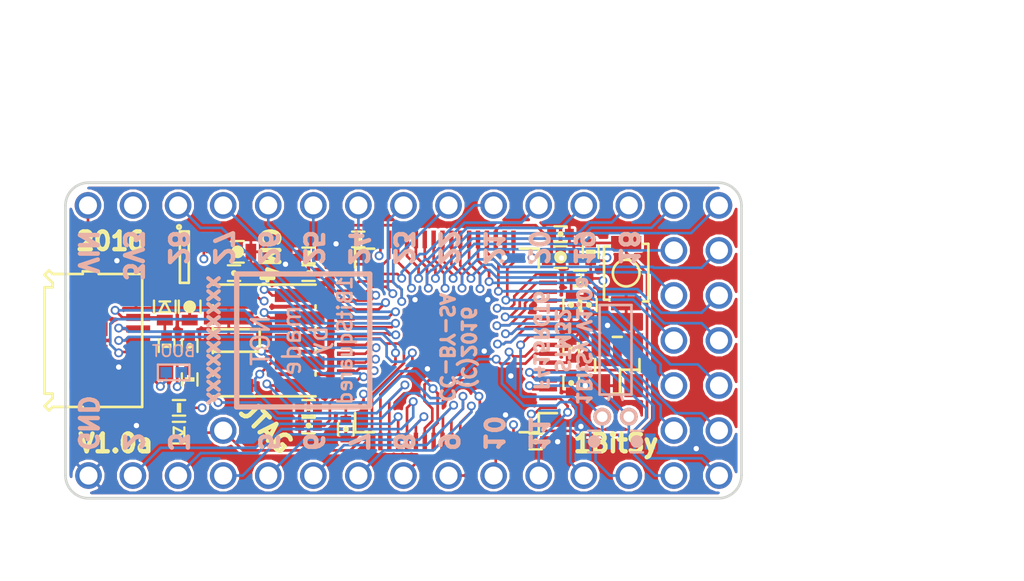
<source format=kicad_pcb>
(kicad_pcb (version 4) (host pcbnew 4.0.2+e4-6225~38~ubuntu14.04.1-stable)
  (title_block (title 1BitSy) (rev V1.0a) (company 1BitSquared) (comment 1 "(C) 2016 Piotr Esden-Tempski <piotr@esden.net>") (comment 2 "(C) 2016 1BitSquared LLC <info@1bitsquared.com>") (comment 3 "License: CC-BY-SA V4.0"))
  (layers (0 F.Cu signal) (1 In1.Cu signal) (2 In2.Cu signal) (31 B.Cu signal) (34 B.Paste user) (35 F.Paste user) (36 B.SilkS user) (37 F.SilkS user) (38 B.Mask user) (39 F.Mask user) (44 Edge.Cuts user))
  (net 0 "")
  (net 1 /VIN)
  (net 2 GND)
  (net 3 "Net-(C2-Pad1)")
  (net 4 "Net-(C3-Pad1)")
  (net 5 +3V3)
  (net 6 /OSC32_IN)
  (net 7 /OSC32_OUT)
  (net 8 /OSC_IN)
  (net 9 /OSC_OUT)
  (net 10 /USB_VBUS)
  (net 11 /BOOT0)
  (net 12 "Net-(C16-Pad1)")
  (net 13 "Net-(C17-Pad1)")
  (net 14 /JTAG_RST)
  (net 15 "Net-(LED1-PadA)")
  (net 16 /PA0)
  (net 17 /PA1)
  (net 18 /PA2)
  (net 19 /PA3)
  (net 20 /PA4)
  (net 21 /PA5)
  (net 22 /PA6)
  (net 23 /PA7)
  (net 24 /PA8)
  (net 25 /PC0)
  (net 26 /PC1)
  (net 27 /PC2)
  (net 28 /PC3)
  (net 29 /PC4)
  (net 30 /PC5)
  (net 31 /PC6)
  (net 32 /PC7)
  (net 33 /PC8)
  (net 34 /PC9)
  (net 35 /PC10)
  (net 36 /PC11)
  (net 37 /PC12)
  (net 38 /PC13)
  (net 39 /USB_D-)
  (net 40 /USB_D+)
  (net 41 /USB_ID)
  (net 42 /PB0)
  (net 43 /PB1)
  (net 44 /PB4)
  (net 45 /PB5)
  (net 46 /PB6)
  (net 47 /PB7)
  (net 48 /PB8)
  (net 49 /PB9)
  (net 50 /PB10)
  (net 51 /PB11)
  (net 52 /PB12)
  (net 53 /PB13)
  (net 54 /PB14)
  (net 55 /PB15)
  (net 56 /JTAG_TMS)
  (net 57 /JTAG_TCK)
  (net 58 /JTAG_TDI)
  (net 59 /JTAG_TDO)
  (net 60 "Net-(C15-Pad1)")
  (net 61 /PB2)
  (net 62 /BUTTON)
  (module pkl_misc:via0305 (layer F.Cu) (at 103.23 41.22)
    (fp_text reference REF** hide)
    (fp_text value via0305 hide)
    (pad 1 thru_hole circle (at 0 0) (size 0.5 0.5) (drill 0.3) (layers *.Cu) (net 2 GND))
  )
  (module pkl_misc:via0305 (layer F.Cu) (at 104.33 50.52)
    (fp_text reference REF** hide)
    (fp_text value via0305 hide)
    (pad 1 thru_hole circle (at 0 0) (size 0.5 0.5) (drill 0.3) (layers *.Cu) (net 2 GND))
  )
  (module pkl_misc:via0305 (layer F.Cu) (at 125.13 49.92)
    (fp_text reference REF** hide)
    (fp_text value via0305 hide)
    (pad 1 thru_hole circle (at 0 0) (size 0.5 0.5) (drill 0.3) (layers *.Cu) (net 2 GND))
  )
  (module pkl_misc:via0305 (layer F.Cu) (at 125.43 47.72)
    (fp_text reference REF** hide)
    (fp_text value via0305 hide)
    (pad 1 thru_hole circle (at 0 0) (size 0.5 0.5) (drill 0.3) (layers *.Cu) (net 2 GND))
  )
  (module pkl_misc:via0305 (layer F.Cu) (at 120.73 47.32)
    (fp_text reference REF** hide)
    (fp_text value via0305 hide)
    (pad 1 thru_hole circle (at 0 0) (size 0.5 0.5) (drill 0.3) (layers *.Cu) (net 2 GND))
  )
  (module pkl_misc:via0305 (layer F.Cu) (at 123.93 46.32)
    (fp_text reference REF** hide)
    (fp_text value via0305 hide)
    (pad 1 thru_hole circle (at 0 0) (size 0.5 0.5) (drill 0.3) (layers *.Cu) (net 2 GND))
  )
  (module pkl_misc:via0305 (layer F.Cu) (at 124.13 43.42)
    (fp_text reference REF** hide)
    (fp_text value via0305 hide)
    (pad 1 thru_hole circle (at 0 0) (size 0.5 0.5) (drill 0.3) (layers *.Cu) (net 2 GND))
  )
  (module pkl_misc:via0305 (layer F.Cu) (at 120.03 43.42)
    (fp_text reference REF** hide)
    (fp_text value via0305 hide)
    (pad 1 thru_hole circle (at 0 0) (size 0.5 0.5) (drill 0.3) (layers *.Cu) (net 2 GND))
  )
  (module pkl_dipol:C_0603 (layer F.Cu) (at 107.33 43.82 270)
    (fp_text reference C1)
    (fp_text value 4u7)
    (pad 1 smd rect (at -0.75 0 270) (size 0.6 0.9) (layers F.Cu F.Paste F.Mask) (net 1 /VIN))
    (pad 2 smd rect (at 0.75 0 270) (size 0.6 0.9) (layers F.Cu F.Paste F.Mask) (net 2 GND))
  )
  (module pkl_dipol:C_0402 (layer F.Cu) (at 129.83 43.72 270)
    (fp_text reference C2)
    (fp_text value 1u)
    (pad 1 smd rect (at -0.5 0 270) (size 0.5 0.6) (layers F.Cu F.Paste F.Mask) (net 3 "Net-(C2-Pad1)"))
    (pad 2 smd rect (at 0.5 0 270) (size 0.5 0.6) (layers F.Cu F.Paste F.Mask) (net 2 GND))
  )
  (module pkl_dipol:C_0402 (layer F.Cu) (at 109.83 41.92)
    (fp_text reference C3)
    (fp_text value 470p)
    (pad 1 smd rect (at -0.5 0) (size 0.5 0.6) (layers F.Cu F.Paste F.Mask) (net 4 "Net-(C3-Pad1)"))
    (pad 2 smd rect (at 0.5 0) (size 0.5 0.6) (layers F.Cu F.Paste F.Mask) (net 2 GND))
  )
  (module pkl_dipol:C_0402 (layer F.Cu) (at 128.83 43.72 270)
    (fp_text reference C4)
    (fp_text value 100n)
    (pad 1 smd rect (at -0.5 0 270) (size 0.5 0.6) (layers F.Cu F.Paste F.Mask) (net 3 "Net-(C2-Pad1)"))
    (pad 2 smd rect (at 0.5 0 270) (size 0.5 0.6) (layers F.Cu F.Paste F.Mask) (net 2 GND))
  )
  (module pkl_dipol:C_0603 (layer F.Cu) (at 128.23 41.02)
    (fp_text reference C5)
    (fp_text value 4u7)
    (pad 1 smd rect (at -0.75 0) (size 0.6 0.9) (layers F.Cu F.Paste F.Mask) (net 5 +3V3))
    (pad 2 smd rect (at 0.75 0) (size 0.6 0.9) (layers F.Cu F.Paste F.Mask) (net 2 GND))
  )
  (module pkl_dipol:C_0402 (layer F.Cu) (at 128.83 48.12 90)
    (fp_text reference C8)
    (fp_text value 10p)
    (pad 1 smd rect (at -0.5 0 90) (size 0.5 0.6) (layers F.Cu F.Paste F.Mask) (net 2 GND))
    (pad 2 smd rect (at 0.5 0 90) (size 0.5 0.6) (layers F.Cu F.Paste F.Mask) (net 8 /OSC_IN))
  )
  (module pkl_dipol:C_0402 (layer F.Cu) (at 128.83 46.22 270)
    (fp_text reference C9)
    (fp_text value 10p)
    (pad 1 smd rect (at -0.5 0 270) (size 0.5 0.6) (layers F.Cu F.Paste F.Mask) (net 2 GND))
    (pad 2 smd rect (at 0.5 0 270) (size 0.5 0.6) (layers F.Cu F.Paste F.Mask) (net 9 /OSC_OUT))
  )
  (module pkl_dipol:C_0402 (layer F.Cu) (at 128.23 39.72)
    (fp_text reference C10)
    (fp_text value 100n)
    (pad 1 smd rect (at -0.5 0) (size 0.5 0.6) (layers F.Cu F.Paste F.Mask) (net 5 +3V3))
    (pad 2 smd rect (at 0.5 0) (size 0.5 0.6) (layers F.Cu F.Paste F.Mask) (net 2 GND))
  )
  (module pkl_dipol:C_0402 (layer F.Cu) (at 116.83 40.02 180)
    (fp_text reference C11)
    (fp_text value 100n)
    (pad 1 smd rect (at -0.5 0 180) (size 0.5 0.6) (layers F.Cu F.Paste F.Mask) (net 5 +3V3))
    (pad 2 smd rect (at 0.5 0 180) (size 0.5 0.6) (layers F.Cu F.Paste F.Mask) (net 2 GND))
  )
  (module pkl_dipol:C_0402 (layer F.Cu) (at 116.13 50.72 270)
    (fp_text reference C12)
    (fp_text value 100n)
    (pad 1 smd rect (at -0.5 0 270) (size 0.5 0.6) (layers F.Cu F.Paste F.Mask) (net 5 +3V3))
    (pad 2 smd rect (at 0.5 0 270) (size 0.5 0.6) (layers F.Cu F.Paste F.Mask) (net 2 GND))
  )
  (module pkl_dipol:C_0603 (layer F.Cu) (at 110.03 40.72)
    (fp_text reference C13)
    (fp_text value 4u7)
    (pad 1 smd rect (at -0.75 0) (size 0.6 0.9) (layers F.Cu F.Paste F.Mask) (net 5 +3V3))
    (pad 2 smd rect (at 0.75 0) (size 0.6 0.9) (layers F.Cu F.Paste F.Mask) (net 2 GND))
  )
  (module pkl_dipol:C_0402 (layer F.Cu) (at 126.83 51.42)
    (fp_text reference C14)
    (fp_text value 100n)
    (pad 1 smd rect (at -0.5 0) (size 0.5 0.6) (layers F.Cu F.Paste F.Mask) (net 5 +3V3))
    (pad 2 smd rect (at 0.5 0) (size 0.5 0.6) (layers F.Cu F.Paste F.Mask) (net 2 GND))
  )
  (module pkl_dipol:C_0402 (layer F.Cu) (at 107.33 46.02 270)
    (fp_text reference C15)
    (fp_text value 1u)
    (pad 1 smd rect (at -0.5 0 270) (size 0.5 0.6) (layers F.Cu F.Paste F.Mask) (net 60 "Net-(C15-Pad1)"))
    (pad 2 smd rect (at 0.5 0 270) (size 0.5 0.6) (layers F.Cu F.Paste F.Mask) (net 11 /BOOT0))
  )
  (module pkl_dipol:C_0402 (layer F.Cu) (at 114.03 50.52 180)
    (fp_text reference C16)
    (fp_text value 2u2)
    (pad 1 smd rect (at -0.5 0 180) (size 0.5 0.6) (layers F.Cu F.Paste F.Mask) (net 12 "Net-(C16-Pad1)"))
    (pad 2 smd rect (at 0.5 0 180) (size 0.5 0.6) (layers F.Cu F.Paste F.Mask) (net 2 GND))
  )
  (module pkl_dipol:C_0402 (layer F.Cu) (at 114.03 41.92 180)
    (fp_text reference C17)
    (fp_text value 2u2)
    (pad 1 smd rect (at -0.5 0 180) (size 0.5 0.6) (layers F.Cu F.Paste F.Mask) (net 13 "Net-(C17-Pad1)"))
    (pad 2 smd rect (at 0.5 0 180) (size 0.5 0.6) (layers F.Cu F.Paste F.Mask) (net 2 GND))
  )
  (module pkl_dipol:C_0402 (layer F.Cu) (at 114.03 49.52 180)
    (fp_text reference C18)
    (fp_text value 100n)
    (pad 1 smd rect (at -0.5 0 180) (size 0.5 0.6) (layers F.Cu F.Paste F.Mask) (net 14 /JTAG_RST))
    (pad 2 smd rect (at 0.5 0 180) (size 0.5 0.6) (layers F.Cu F.Paste F.Mask) (net 2 GND))
  )
  (module pkl_dipol:D_0603 (layer F.Cu) (at 105.93 43.82 90)
    (fp_text reference D1)
    (fp_text value >100mA)
    (pad A smd rect (at -0.75 0 90) (size 0.6 0.9) (layers F.Cu F.Paste F.Mask) (net 10 /USB_VBUS))
    (pad C smd rect (at 0.75 0 90) (size 0.6 0.9) (layers F.Cu F.Paste F.Mask) (net 1 /VIN))
  )
  (module pkl_dipol:L_0402 (layer F.Cu) (at 129.33 42.22 180)
    (fp_text reference L1)
    (fp_text value "600 Ferrite")
    (pad 1 smd rect (at -0.5 0 180) (size 0.5 0.6) (layers F.Cu F.Paste F.Mask) (net 5 +3V3))
    (pad 2 smd rect (at 0.5 0 180) (size 0.5 0.6) (layers F.Cu F.Paste F.Mask) (net 3 "Net-(C2-Pad1)"))
  )
  (module pkl_dipol:D_0603 (layer F.Cu) (at 106.73 50.92)
    (fp_text reference LED1)
    (fp_text value ORA)
    (pad A smd rect (at -0.75 0) (size 0.6 0.9) (layers F.Cu F.Paste F.Mask) (net 15 "Net-(LED1-PadA)"))
    (pad C smd rect (at 0.75 0) (size 0.6 0.9) (layers F.Cu F.Paste F.Mask) (net 24 /PA8))
  )
  (module pkl_pin_headers:Pin_Header_Straight_Round_1x01 (layer F.Cu) (at 134.62 50.8 180)
    (fp_text reference P1)
    (fp_text value CONN_01X01)
    (pad 1 thru_hole circle (at 0 0 180) (size 1.5 1.5) (drill 1.016) (layers *.Cu *.Mask) (net 16 /PA0))
  )
  (module pkl_pin_headers:Pin_Header_Straight_Round_1x01 (layer F.Cu) (at 137.16 50.8 180)
    (fp_text reference P2)
    (fp_text value CONN_01X01)
    (pad 1 thru_hole circle (at 0 0 180) (size 1.5 1.5) (drill 1.016) (layers *.Cu *.Mask) (net 17 /PA1))
  )
  (module pkl_pin_headers:Pin_Header_Straight_Round_1x01 (layer F.Cu) (at 134.62 48.26 180)
    (fp_text reference P3)
    (fp_text value CONN_01X01)
    (pad 1 thru_hole circle (at 0 0 180) (size 1.5 1.5) (drill 1.016) (layers *.Cu *.Mask) (net 18 /PA2))
  )
  (module pkl_pin_headers:Pin_Header_Straight_Round_1x01 (layer F.Cu) (at 137.16 48.26 180)
    (fp_text reference P4)
    (fp_text value CONN_01X01)
    (pad 1 thru_hole circle (at 0 0 180) (size 1.5 1.5) (drill 1.016) (layers *.Cu *.Mask) (net 19 /PA3))
  )
  (module pkl_pin_headers:Pin_Header_Straight_Round_1x01 (layer F.Cu) (at 134.62 45.72 180)
    (fp_text reference P5)
    (fp_text value CONN_01X01)
    (pad 1 thru_hole circle (at 0 0 180) (size 1.5 1.5) (drill 1.016) (layers *.Cu *.Mask) (net 20 /PA4))
  )
  (module pkl_pin_headers:Pin_Header_Straight_Round_1x01 (layer F.Cu) (at 137.16 45.72)
    (fp_text reference P6)
    (fp_text value CONN_01X01)
    (pad 1 thru_hole circle (at 0 0) (size 1.5 1.5) (drill 1.016) (layers *.Cu *.Mask) (net 21 /PA5))
  )
  (module pkl_pin_headers:Pin_Header_Straight_Round_1x01 (layer F.Cu) (at 137.16 43.18 180)
    (fp_text reference P7)
    (fp_text value CONN_01X01)
    (pad 1 thru_hole circle (at 0 0 180) (size 1.5 1.5) (drill 1.016) (layers *.Cu *.Mask) (net 22 /PA6))
  )
  (module pkl_pin_headers:Pin_Header_Straight_Round_1x01 (layer F.Cu) (at 134.62 43.18 180)
    (fp_text reference P8)
    (fp_text value CONN_01X01)
    (pad 1 thru_hole circle (at 0 0 180) (size 1.5 1.5) (drill 1.016) (layers *.Cu *.Mask) (net 23 /PA7))
  )
  (module pkl_pin_headers:Pin_Header_Straight_Round_1x01 (layer F.Cu) (at 109.22 50.8)
    (fp_text reference P9)
    (fp_text value CONN_01X01)
    (pad 1 thru_hole circle (at 0 0) (size 1.5 1.5) (drill 1.016) (layers *.Cu *.Mask) (net 24 /PA8))
  )
  (module pkl_pin_headers:Pin_Header_Straight_Round_1x01 (layer F.Cu) (at 129.54 53.34)
    (fp_text reference P10)
    (fp_text value CONN_01X01)
    (pad 1 thru_hole circle (at 0 0) (size 1.5 1.5) (drill 1.016) (layers *.Cu *.Mask) (net 25 /PC0))
  )
  (module pkl_pin_headers:Pin_Header_Straight_Round_1x01 (layer F.Cu) (at 132.08 53.34)
    (fp_text reference P11)
    (fp_text value CONN_01X01)
    (pad 1 thru_hole circle (at 0 0) (size 1.5 1.5) (drill 1.016) (layers *.Cu *.Mask) (net 26 /PC1))
  )
  (module pkl_pin_headers:Pin_Header_Straight_Round_1x01 (layer F.Cu) (at 134.62 53.34)
    (fp_text reference P12)
    (fp_text value CONN_01X01)
    (pad 1 thru_hole circle (at 0 0) (size 1.5 1.5) (drill 1.016) (layers *.Cu *.Mask) (net 27 /PC2))
  )
  (module pkl_pin_headers:Pin_Header_Straight_Round_1x01 (layer F.Cu) (at 137.16 53.34 180)
    (fp_text reference P13)
    (fp_text value CONN_01X01)
    (pad 1 thru_hole circle (at 0 0 180) (size 1.5 1.5) (drill 1.016) (layers *.Cu *.Mask) (net 28 /PC3))
  )
  (module pkl_pin_headers:Pin_Header_Straight_Round_1x01 (layer F.Cu) (at 137.16 40.64)
    (fp_text reference P14)
    (fp_text value CONN_01X01)
    (pad 1 thru_hole circle (at 0 0) (size 1.5 1.5) (drill 1.016) (layers *.Cu *.Mask) (net 29 /PC4))
  )
  (module pkl_pin_headers:Pin_Header_Straight_Round_1x01 (layer F.Cu) (at 134.62 40.64 180)
    (fp_text reference P15)
    (fp_text value CONN_01X01)
    (pad 1 thru_hole circle (at 0 0 180) (size 1.5 1.5) (drill 1.016) (layers *.Cu *.Mask) (net 30 /PC5))
  )
  (module pkl_pin_headers:Pin_Header_Straight_Round_1x01 (layer F.Cu) (at 114.3 38.1)
    (fp_text reference P16)
    (fp_text value CONN_01X01)
    (pad 1 thru_hole circle (at 0 0) (size 1.5 1.5) (drill 1.016) (layers *.Cu *.Mask) (net 31 /PC6))
  )
  (module pkl_pin_headers:Pin_Header_Straight_Round_1x01 (layer F.Cu) (at 111.76 38.1)
    (fp_text reference P17)
    (fp_text value CONN_01X01)
    (pad 1 thru_hole circle (at 0 0) (size 1.5 1.5) (drill 1.016) (layers *.Cu *.Mask) (net 32 /PC7))
  )
  (module pkl_pin_headers:Pin_Header_Straight_Round_1x01 (layer F.Cu) (at 109.22 38.1)
    (fp_text reference P18)
    (fp_text value CONN_01X01)
    (pad 1 thru_hole circle (at 0 0) (size 1.5 1.5) (drill 1.016) (layers *.Cu *.Mask) (net 33 /PC8))
  )
  (module pkl_pin_headers:Pin_Header_Straight_Round_1x01 (layer F.Cu) (at 106.68 38.1)
    (fp_text reference P19)
    (fp_text value CONN_01X01)
    (pad 1 thru_hole circle (at 0 0) (size 1.5 1.5) (drill 1.016) (layers *.Cu *.Mask) (net 34 /PC9))
  )
  (module pkl_pin_headers:Pin_Header_Straight_Round_1x01 (layer F.Cu) (at 104.13 53.34)
    (fp_text reference P20)
    (fp_text value CONN_01X01)
    (pad 1 thru_hole circle (at 0 0) (size 1.5 1.5) (drill 1.016) (layers *.Cu *.Mask) (net 35 /PC10))
  )
  (module pkl_pin_headers:Pin_Header_Straight_Round_1x01 (layer F.Cu) (at 106.68 53.34 180)
    (fp_text reference P21)
    (fp_text value CONN_01X01)
    (pad 1 thru_hole circle (at 0 0 180) (size 1.5 1.5) (drill 1.016) (layers *.Cu *.Mask) (net 36 /PC11))
  )
  (module pkl_pin_headers:Pin_Header_Straight_Round_1x01 (layer F.Cu) (at 109.22 53.34)
    (fp_text reference P22)
    (fp_text value CONN_01X01)
    (pad 1 thru_hole circle (at 0 0) (size 1.5 1.5) (drill 1.016) (layers *.Cu *.Mask) (net 37 /PC12))
  )
  (module pkl_pin_headers:Pin_Header_Straight_Round_1x01 (layer F.Cu) (at 127 53.34)
    (fp_text reference P23)
    (fp_text value CONN_01X01)
    (pad 1 thru_hole circle (at 0 0) (size 1.5 1.5) (drill 1.016) (layers *.Cu *.Mask) (net 38 /PC13))
  )
  (module pkl_connectors:Connector_USB_Micro_B_SMD (layer F.Cu) (at 101.755 45.72 270)
    (fp_text reference P24)
    (fp_text value USB_OTG)
    (pad GND smd rect (at -1.2 0 270) (size 1.9 1.9) (layers F.Cu F.Paste F.Mask) (net 2 GND))
    (pad GND smd rect (at 1.2 0 270) (size 1.9 1.9) (layers F.Cu F.Paste F.Mask) (net 2 GND))
    (pad GND smd rect (at 3.8 0 270) (size 1.8 1.9) (layers F.Cu F.Paste F.Mask) (net 2 GND))
    (pad GND smd rect (at -3.8 0 270) (size 1.8 1.9) (layers F.Cu F.Paste F.Mask) (net 2 GND))
    (pad GND smd rect (at 3.1 -2.55 270) (size 2.1 1.6) (layers F.Cu F.Paste F.Mask) (net 2 GND))
    (pad GND smd rect (at -3.1 -2.55 270) (size 2.1 1.6) (layers F.Cu F.Paste F.Mask) (net 2 GND))
    (pad 1 smd rect (at -1.3 -2.675 270) (size 0.4 1.35) (layers F.Cu F.Paste F.Mask) (net 10 /USB_VBUS))
    (pad 2 smd rect (at -0.65 -2.675 270) (size 0.4 1.35) (layers F.Cu F.Paste F.Mask) (net 39 /USB_D-))
    (pad 3 smd rect (at 0 -2.675 270) (size 0.4 1.35) (layers F.Cu F.Paste F.Mask) (net 40 /USB_D+))
    (pad 4 smd rect (at 0.65 -2.675 270) (size 0.4 1.35) (layers F.Cu F.Paste F.Mask) (net 41 /USB_ID))
    (pad 5 smd rect (at 1.3 -2.675 270) (size 0.4 1.35) (layers F.Cu F.Paste F.Mask) (net 2 GND))
  )
  (module pkl_pin_headers:Pin_Header_Straight_Round_1x01 (layer F.Cu) (at 137.16 38.1)
    (fp_text reference P25)
    (fp_text value CONN_01X01)
    (pad 1 thru_hole circle (at 0 0) (size 1.5 1.5) (drill 1.016) (layers *.Cu *.Mask) (net 42 /PB0))
  )
  (module pkl_pin_headers:Pin_Header_Straight_Round_1x01 (layer F.Cu) (at 134.62 38.1)
    (fp_text reference P26)
    (fp_text value CONN_01X01)
    (pad 1 thru_hole circle (at 0 0) (size 1.5 1.5) (drill 1.016) (layers *.Cu *.Mask) (net 43 /PB1))
  )
  (module pkl_pin_headers:Pin_Header_Straight_Round_1x01 (layer F.Cu) (at 132.08 38.1)
    (fp_text reference P27)
    (fp_text value CONN_01X01)
    (pad 1 thru_hole circle (at 0 0) (size 1.5 1.5) (drill 1.016) (layers *.Cu *.Mask) (net 61 /PB2))
  )
  (module pkl_pin_headers:Pin_Header_Straight_Round_1x01 (layer F.Cu) (at 111.76 53.34)
    (fp_text reference P28)
    (fp_text value CONN_01X01)
    (pad 1 thru_hole circle (at 0 0) (size 1.5 1.5) (drill 1.016) (layers *.Cu *.Mask) (net 44 /PB4))
  )
  (module pkl_pin_headers:Pin_Header_Straight_Round_1x01 (layer F.Cu) (at 114.3 53.34 180)
    (fp_text reference P29)
    (fp_text value CONN_01X01)
    (pad 1 thru_hole circle (at 0 0 180) (size 1.5 1.5) (drill 1.016) (layers *.Cu *.Mask) (net 45 /PB5))
  )
  (module pkl_pin_headers:Pin_Header_Straight_Round_1x01 (layer F.Cu) (at 116.84 53.34 180)
    (fp_text reference P30)
    (fp_text value CONN_01X01)
    (pad 1 thru_hole circle (at 0 0 180) (size 1.5 1.5) (drill 1.016) (layers *.Cu *.Mask) (net 46 /PB6))
  )
  (module pkl_pin_headers:Pin_Header_Straight_Round_1x01 (layer F.Cu) (at 119.38 53.34 180)
    (fp_text reference P31)
    (fp_text value CONN_01X01)
    (pad 1 thru_hole circle (at 0 0 180) (size 1.5 1.5) (drill 1.016) (layers *.Cu *.Mask) (net 47 /PB7))
  )
  (module pkl_pin_headers:Pin_Header_Straight_Round_1x01 (layer F.Cu) (at 121.92 53.34 180)
    (fp_text reference P32)
    (fp_text value CONN_01X01)
    (pad 1 thru_hole circle (at 0 0 180) (size 1.5 1.5) (drill 1.016) (layers *.Cu *.Mask) (net 48 /PB8))
  )
  (module pkl_pin_headers:Pin_Header_Straight_Round_1x01 (layer F.Cu) (at 124.46 53.34)
    (fp_text reference P33)
    (fp_text value CONN_01X01)
    (pad 1 thru_hole circle (at 0 0) (size 1.5 1.5) (drill 1.016) (layers *.Cu *.Mask) (net 49 /PB9))
  )
  (module pkl_pin_headers:Pin_Header_Straight_Round_1x01 (layer F.Cu) (at 129.54 38.1 180)
    (fp_text reference P34)
    (fp_text value CONN_01X01)
    (pad 1 thru_hole circle (at 0 0 180) (size 1.5 1.5) (drill 1.016) (layers *.Cu *.Mask) (net 50 /PB10))
  )
  (module pkl_pin_headers:Pin_Header_Straight_Round_1x01 (layer F.Cu) (at 127 38.1)
    (fp_text reference P35)
    (fp_text value CONN_01X01)
    (pad 1 thru_hole circle (at 0 0) (size 1.5 1.5) (drill 1.016) (layers *.Cu *.Mask) (net 51 /PB11))
  )
  (module pkl_pin_headers:Pin_Header_Straight_Round_1x01 (layer F.Cu) (at 124.46 38.1)
    (fp_text reference P36)
    (fp_text value CONN_01X01)
    (pad 1 thru_hole circle (at 0 0) (size 1.5 1.5) (drill 1.016) (layers *.Cu *.Mask) (net 52 /PB12))
  )
  (module pkl_pin_headers:Pin_Header_Straight_Round_1x01 (layer F.Cu) (at 121.92 38.1)
    (fp_text reference P37)
    (fp_text value CONN_01X01)
    (pad 1 thru_hole circle (at 0 0) (size 1.5 1.5) (drill 1.016) (layers *.Cu *.Mask) (net 53 /PB13))
  )
  (module pkl_pin_headers:Pin_Header_Straight_Round_1x01 (layer F.Cu) (at 119.38 38.1)
    (fp_text reference P38)
    (fp_text value CONN_01X01)
    (pad 1 thru_hole circle (at 0 0) (size 1.5 1.5) (drill 1.016) (layers *.Cu *.Mask) (net 54 /PB14))
  )
  (module pkl_pin_headers:Pin_Header_Straight_Round_1x01 (layer F.Cu) (at 116.84 38.1 180)
    (fp_text reference P39)
    (fp_text value CONN_01X01)
    (pad 1 thru_hole circle (at 0 0 180) (size 1.5 1.5) (drill 1.016) (layers *.Cu *.Mask) (net 55 /PB15))
  )
  (module pkl_dipol:R_0402 (layer F.Cu) (at 106.03 46.02 270)
    (fp_text reference R1)
    (fp_text value 10k)
    (pad 1 smd rect (at -0.5 0 270) (size 0.5 0.6) (layers F.Cu F.Paste F.Mask) (net 10 /USB_VBUS))
    (pad 2 smd rect (at 0.5 0 270) (size 0.5 0.6) (layers F.Cu F.Paste F.Mask) (net 2 GND))
  )
  (module pkl_dipol:R_0402 (layer F.Cu) (at 114.03 40.92 180)
    (fp_text reference R2)
    (fp_text value 10k)
    (pad 1 smd rect (at -0.5 0 180) (size 0.5 0.6) (layers F.Cu F.Paste F.Mask) (net 61 /PB2))
    (pad 2 smd rect (at 0.5 0 180) (size 0.5 0.6) (layers F.Cu F.Paste F.Mask) (net 2 GND))
  )
  (module pkl_dipol:R_0402 (layer F.Cu) (at 107.33 47.92 270)
    (fp_text reference R3)
    (fp_text value 10k)
    (pad 1 smd rect (at -0.5 0 270) (size 0.5 0.6) (layers F.Cu F.Paste F.Mask) (net 11 /BOOT0))
    (pad 2 smd rect (at 0.5 0 270) (size 0.5 0.6) (layers F.Cu F.Paste F.Mask) (net 2 GND))
  )
  (module pkl_dipol:R_0402 (layer F.Cu) (at 106.73 49.52 180)
    (fp_text reference R4)
    (fp_text value 300)
    (pad 1 smd rect (at -0.5 0 180) (size 0.5 0.6) (layers F.Cu F.Paste F.Mask) (net 5 +3V3))
    (pad 2 smd rect (at 0.5 0 180) (size 0.5 0.6) (layers F.Cu F.Paste F.Mask) (net 15 "Net-(LED1-PadA)"))
  )
  (module pkl_dipol:R_0402 (layer F.Cu) (at 129.93 40.72 90)
    (fp_text reference R5)
    (fp_text value 10k)
    (pad 1 smd rect (at -0.5 0 90) (size 0.5 0.6) (layers F.Cu F.Paste F.Mask) (net 5 +3V3))
    (pad 2 smd rect (at 0.5 0 90) (size 0.5 0.6) (layers F.Cu F.Paste F.Mask) (net 62 /BUTTON))
  )
  (module pkl_housings_sot:SOT-23-5 (layer F.Cu) (at 107.03 41.02)
    (fp_text reference U1)
    (fp_text value VREG_3V3)
    (pad 1 smd rect (at -1.1 -0.95) (size 1.06 0.65) (layers F.Cu F.Paste F.Mask) (net 1 /VIN))
    (pad 2 smd rect (at -1.1 0) (size 1.06 0.65) (layers F.Cu F.Paste F.Mask) (net 2 GND))
    (pad 3 smd rect (at -1.1 0.95) (size 1.06 0.65) (layers F.Cu F.Paste F.Mask) (net 1 /VIN))
    (pad 4 smd rect (at 1.1 0.95) (size 1.06 0.65) (layers F.Cu F.Paste F.Mask) (net 4 "Net-(C3-Pad1)"))
    (pad 5 smd rect (at 1.1 -0.95) (size 1.06 0.65) (layers F.Cu F.Paste F.Mask) (net 5 +3V3))
  )
  (module pkl_housings_qfp:LQFP-64_10x10mm_Pitch0.5mm (layer F.Cu) (at 121.83 45.72 180)
    (fp_text reference U2)
    (fp_text value STM32F415RGT)
    (pad 1 smd rect (at -5.7 -3.75 180) (size 1 0.25) (layers F.Cu F.Paste F.Mask) (net 5 +3V3))
    (pad 2 smd rect (at -5.7 -3.25 180) (size 1 0.25) (layers F.Cu F.Paste F.Mask) (net 38 /PC13))
    (pad 3 smd rect (at -5.7 -2.75 180) (size 1 0.25) (layers F.Cu F.Paste F.Mask) (net 6 /OSC32_IN))
    (pad 4 smd rect (at -5.7 -2.25 180) (size 1 0.25) (layers F.Cu F.Paste F.Mask) (net 7 /OSC32_OUT))
    (pad 5 smd rect (at -5.7 -1.75 180) (size 1 0.25) (layers F.Cu F.Paste F.Mask) (net 8 /OSC_IN))
    (pad 6 smd rect (at -5.7 -1.25 180) (size 1 0.25) (layers F.Cu F.Paste F.Mask) (net 9 /OSC_OUT))
    (pad 7 smd rect (at -5.7 -0.75 180) (size 1 0.25) (layers F.Cu F.Paste F.Mask) (net 14 /JTAG_RST))
    (pad 8 smd rect (at -5.7 -0.25 180) (size 1 0.25) (layers F.Cu F.Paste F.Mask) (net 25 /PC0))
    (pad 9 smd rect (at -5.7 0.25 180) (size 1 0.25) (layers F.Cu F.Paste F.Mask) (net 26 /PC1))
    (pad 10 smd rect (at -5.7 0.75 180) (size 1 0.25) (layers F.Cu F.Paste F.Mask) (net 27 /PC2))
    (pad 11 smd rect (at -5.7 1.25 180) (size 1 0.25) (layers F.Cu F.Paste F.Mask) (net 28 /PC3))
    (pad 12 smd rect (at -5.7 1.75 180) (size 1 0.25) (layers F.Cu F.Paste F.Mask) (net 2 GND))
    (pad 13 smd rect (at -5.7 2.25 180) (size 1 0.25) (layers F.Cu F.Paste F.Mask) (net 3 "Net-(C2-Pad1)"))
    (pad 14 smd rect (at -5.7 2.75 180) (size 1 0.25) (layers F.Cu F.Paste F.Mask) (net 16 /PA0))
    (pad 15 smd rect (at -5.7 3.25 180) (size 1 0.25) (layers F.Cu F.Paste F.Mask) (net 17 /PA1))
    (pad 16 smd rect (at -5.7 3.75 180) (size 1 0.25) (layers F.Cu F.Paste F.Mask) (net 18 /PA2))
    (pad 17 smd rect (at -3.75 5.7 270) (size 1 0.25) (layers F.Cu F.Paste F.Mask) (net 19 /PA3))
    (pad 18 smd rect (at -3.25 5.7 270) (size 1 0.25) (layers F.Cu F.Paste F.Mask) (net 2 GND))
    (pad 19 smd rect (at -2.75 5.7 270) (size 1 0.25) (layers F.Cu F.Paste F.Mask) (net 5 +3V3))
    (pad 20 smd rect (at -2.25 5.7 270) (size 1 0.25) (layers F.Cu F.Paste F.Mask) (net 20 /PA4))
    (pad 21 smd rect (at -1.75 5.7 270) (size 1 0.25) (layers F.Cu F.Paste F.Mask) (net 21 /PA5))
    (pad 22 smd rect (at -1.25 5.7 270) (size 1 0.25) (layers F.Cu F.Paste F.Mask) (net 22 /PA6))
    (pad 23 smd rect (at -0.75 5.7 270) (size 1 0.25) (layers F.Cu F.Paste F.Mask) (net 23 /PA7))
    (pad 24 smd rect (at -0.25 5.7 270) (size 1 0.25) (layers F.Cu F.Paste F.Mask) (net 29 /PC4))
    (pad 25 smd rect (at 0.25 5.7 270) (size 1 0.25) (layers F.Cu F.Paste F.Mask) (net 30 /PC5))
    (pad 26 smd rect (at 0.75 5.7 270) (size 1 0.25) (layers F.Cu F.Paste F.Mask) (net 42 /PB0))
    (pad 27 smd rect (at 1.25 5.7 270) (size 1 0.25) (layers F.Cu F.Paste F.Mask) (net 43 /PB1))
    (pad 28 smd rect (at 1.75 5.7 270) (size 1 0.25) (layers F.Cu F.Paste F.Mask) (net 61 /PB2))
    (pad 29 smd rect (at 2.25 5.7 270) (size 1 0.25) (layers F.Cu F.Paste F.Mask) (net 50 /PB10))
    (pad 30 smd rect (at 2.75 5.7 270) (size 1 0.25) (layers F.Cu F.Paste F.Mask) (net 51 /PB11))
    (pad 31 smd rect (at 3.25 5.7 270) (size 1 0.25) (layers F.Cu F.Paste F.Mask) (net 13 "Net-(C17-Pad1)"))
    (pad 32 smd rect (at 3.75 5.7 270) (size 1 0.25) (layers F.Cu F.Paste F.Mask) (net 5 +3V3))
    (pad 33 smd rect (at 5.7 3.75 180) (size 1 0.25) (layers F.Cu F.Paste F.Mask) (net 52 /PB12))
    (pad 34 smd rect (at 5.7 3.25 180) (size 1 0.25) (layers F.Cu F.Paste F.Mask) (net 53 /PB13))
    (pad 35 smd rect (at 5.7 2.75 180) (size 1 0.25) (layers F.Cu F.Paste F.Mask) (net 54 /PB14))
    (pad 36 smd rect (at 5.7 2.25 180) (size 1 0.25) (layers F.Cu F.Paste F.Mask) (net 55 /PB15))
    (pad 37 smd rect (at 5.7 1.75 180) (size 1 0.25) (layers F.Cu F.Paste F.Mask) (net 31 /PC6))
    (pad 38 smd rect (at 5.7 1.25 180) (size 1 0.25) (layers F.Cu F.Paste F.Mask) (net 32 /PC7))
    (pad 39 smd rect (at 5.7 0.75 180) (size 1 0.25) (layers F.Cu F.Paste F.Mask) (net 33 /PC8))
    (pad 40 smd rect (at 5.7 0.25 180) (size 1 0.25) (layers F.Cu F.Paste F.Mask) (net 34 /PC9))
    (pad 41 smd rect (at 5.7 -0.25 180) (size 1 0.25) (layers F.Cu F.Paste F.Mask) (net 24 /PA8))
    (pad 42 smd rect (at 5.7 -0.75 180) (size 1 0.25) (layers F.Cu F.Paste F.Mask) (net 10 /USB_VBUS))
    (pad 43 smd rect (at 5.7 -1.25 180) (size 1 0.25) (layers F.Cu F.Paste F.Mask) (net 41 /USB_ID))
    (pad 44 smd rect (at 5.7 -1.75 180) (size 1 0.25) (layers F.Cu F.Paste F.Mask) (net 39 /USB_D-))
    (pad 45 smd rect (at 5.7 -2.25 180) (size 1 0.25) (layers F.Cu F.Paste F.Mask) (net 40 /USB_D+))
    (pad 46 smd rect (at 5.7 -2.75 180) (size 1 0.25) (layers F.Cu F.Paste F.Mask) (net 56 /JTAG_TMS))
    (pad 47 smd rect (at 5.7 -3.25 180) (size 1 0.25) (layers F.Cu F.Paste F.Mask) (net 12 "Net-(C16-Pad1)"))
    (pad 48 smd rect (at 5.7 -3.75 180) (size 1 0.25) (layers F.Cu F.Paste F.Mask) (net 5 +3V3))
    (pad 49 smd rect (at 3.75 -5.7 270) (size 1 0.25) (layers F.Cu F.Paste F.Mask) (net 57 /JTAG_TCK))
    (pad 50 smd rect (at 3.25 -5.7 270) (size 1 0.25) (layers F.Cu F.Paste F.Mask) (net 58 /JTAG_TDI))
    (pad 51 smd rect (at 2.75 -5.7 270) (size 1 0.25) (layers F.Cu F.Paste F.Mask) (net 35 /PC10))
    (pad 52 smd rect (at 2.25 -5.7 270) (size 1 0.25) (layers F.Cu F.Paste F.Mask) (net 36 /PC11))
    (pad 53 smd rect (at 1.75 -5.7 270) (size 1 0.25) (layers F.Cu F.Paste F.Mask) (net 37 /PC12))
    (pad 54 smd rect (at 1.25 -5.7 270) (size 1 0.25) (layers F.Cu F.Paste F.Mask) (net 62 /BUTTON))
    (pad 55 smd rect (at 0.75 -5.7 270) (size 1 0.25) (layers F.Cu F.Paste F.Mask) (net 59 /JTAG_TDO))
    (pad 56 smd rect (at 0.25 -5.7 270) (size 1 0.25) (layers F.Cu F.Paste F.Mask) (net 44 /PB4))
    (pad 57 smd rect (at -0.25 -5.7 270) (size 1 0.25) (layers F.Cu F.Paste F.Mask) (net 45 /PB5))
    (pad 58 smd rect (at -0.75 -5.7 270) (size 1 0.25) (layers F.Cu F.Paste F.Mask) (net 46 /PB6))
    (pad 59 smd rect (at -1.25 -5.7 270) (size 1 0.25) (layers F.Cu F.Paste F.Mask) (net 47 /PB7))
    (pad 60 smd rect (at -1.75 -5.7 270) (size 1 0.25) (layers F.Cu F.Paste F.Mask) (net 11 /BOOT0))
    (pad 61 smd rect (at -2.25 -5.7 270) (size 1 0.25) (layers F.Cu F.Paste F.Mask) (net 48 /PB8))
    (pad 62 smd rect (at -2.75 -5.7 270) (size 1 0.25) (layers F.Cu F.Paste F.Mask) (net 49 /PB9))
    (pad 63 smd rect (at -3.25 -5.7 270) (size 1 0.25) (layers F.Cu F.Paste F.Mask) (net 2 GND))
    (pad 64 smd rect (at -3.75 -5.7 270) (size 1 0.25) (layers F.Cu F.Paste F.Mask) (net 5 +3V3))
  )
  (module Crystals:Crystal_Round_Horizontal_2mm (layer B.Cu) (at 131.33 50.02 180)
    (fp_text reference X1)
    (fp_text value 32.768kHz hide)
    (pad 1 thru_hole circle (at -0.7493 0 180) (size 1.00076 1.00076) (drill 0.59944) (layers *.Cu *.Mask B.SilkS) (net 7 /OSC32_OUT))
    (pad 2 thru_hole circle (at 0.7493 0 180) (size 1.00076 1.00076) (drill 0.59944) (layers *.Cu *.Mask B.SilkS) (net 6 /OSC32_IN))
  )
  (module pkl_misc:ABM8 (layer F.Cu) (at 131.43 47.12 90)
    (fp_text reference X2)
    (fp_text value 25MHz)
    (pad 1 smd rect (at -1.15 0.925 90) (size 1.3 1.05) (layers F.Cu F.Paste F.Mask) (net 8 /OSC_IN))
    (pad 2 smd rect (at 1.15 -0.925 90) (size 1.3 1.05) (layers F.Cu F.Paste F.Mask) (net 9 /OSC_OUT))
    (pad GND smd rect (at -1.15 -0.925 90) (size 1.3 1.05) (layers F.Cu F.Paste F.Mask) (net 2 GND))
    (pad GND smd rect (at 1.15 0.925 90) (size 1.3 1.05) (layers F.Cu F.Paste F.Mask) (net 2 GND))
  )
  (module pkl_samtec:FTSH-105-XX-X-DV (layer F.Cu) (at 111.53 45.72 270)
    (fp_text reference X3)
    (fp_text value JTAG-10)
    (pad 1 smd rect (at -2.54 2 270) (size 0.74 2.8) (layers F.Cu F.Paste F.Mask) (net 5 +3V3))
    (pad 2 smd rect (at -2.54 -2 270) (size 0.74 2.8) (layers F.Cu F.Paste F.Mask) (net 56 /JTAG_TMS))
    (pad 3 smd rect (at -1.27 2 270) (size 0.74 2.8) (layers F.Cu F.Paste F.Mask) (net 2 GND))
    (pad 4 smd rect (at -1.27 -2 270) (size 0.74 2.8) (layers F.Cu F.Paste F.Mask) (net 57 /JTAG_TCK))
    (pad 5 smd rect (at 0 2 270) (size 0.74 2.8) (layers F.Cu F.Paste F.Mask) (net 2 GND))
    (pad 6 smd rect (at 0 -2 270) (size 0.74 2.8) (layers F.Cu F.Paste F.Mask) (net 59 /JTAG_TDO))
    (pad 7 smd rect (at 1.27 2 270) (size 0.74 2.8) (layers F.Cu F.Paste F.Mask) (net 2 GND))
    (pad 8 smd rect (at 1.27 -2 270) (size 0.74 2.8) (layers F.Cu F.Paste F.Mask) (net 58 /JTAG_TDI))
    (pad 9 smd rect (at 2.54 2 270) (size 0.74 2.8) (layers F.Cu F.Paste F.Mask) (net 2 GND))
    (pad 10 smd rect (at 2.54 -2 270) (size 0.74 2.8) (layers F.Cu F.Paste F.Mask) (net 14 /JTAG_RST))
  )
  (module pkl_pin_headers:Pin_Header_Straight_Round_1x01 (layer F.Cu) (at 101.6 38.1)
    (fp_text reference P40)
    (fp_text value CONN_01X01)
    (pad 1 thru_hole circle (at 0 0) (size 1.5 1.5) (drill 1.016) (layers *.Cu *.Mask) (net 1 /VIN))
  )
  (module pkl_pin_headers:Pin_Header_Straight_Round_1x01 (layer F.Cu) (at 101.63 53.34)
    (fp_text reference P41)
    (fp_text value CONN_01X01)
    (pad 1 thru_hole circle (at 0 0) (size 1.5 1.5) (drill 1.016) (layers *.Cu *.Mask) (net 2 GND))
  )
  (module pkl_buttons_switches:Tact_Switch_Top_B3U-1000P (layer F.Cu) (at 131.93 41.92 90)
    (fp_text reference SW1)
    (fp_text value TACT_G)
    (pad 1 smd rect (at -1.7 0 90) (size 0.8 1.7) (layers F.Cu F.Paste F.Mask) (net 2 GND))
    (pad 2 smd rect (at 1.7 0 90) (size 0.8 1.7) (layers F.Cu F.Paste F.Mask) (net 62 /BUTTON))
  )
  (module pkl_dipol:C_0603 (layer B.Cu) (at 130.13 51.42)
    (fp_text reference C6)
    (fp_text value 10p)
    (pad 1 smd rect (at -0.75 0) (size 0.6 0.9) (layers B.Cu B.Paste B.Mask) (net 2 GND))
    (pad 2 smd rect (at 0.75 0) (size 0.6 0.9) (layers B.Cu B.Paste B.Mask) (net 6 /OSC32_IN))
  )
  (module pkl_dipol:C_0603 (layer B.Cu) (at 132.53 51.42 180)
    (fp_text reference C7)
    (fp_text value 10p)
    (pad 1 smd rect (at -0.75 0 180) (size 0.6 0.9) (layers B.Cu B.Paste B.Mask) (net 2 GND))
    (pad 2 smd rect (at 0.75 0 180) (size 0.6 0.9) (layers B.Cu B.Paste B.Mask) (net 7 /OSC32_OUT))
  )
  (module pkl_jumpers:J_0402 (layer B.Cu) (at 106.43 47.52)
    (fp_text reference J1)
    (fp_text value BOOT (at 0 -1.2) (layer B.SilkS) (effects (font (size 0.635 0.635) (thickness 0.1)) (justify mirror)))
    (pad 1 smd rect (at -0.425 0) (size 0.65 0.6) (layers B.Cu B.Paste B.Mask) (net 10 /USB_VBUS))
    (pad 2 smd rect (at 0.425 0) (size 0.65 0.6) (layers B.Cu B.Paste B.Mask) (net 60 "Net-(C15-Pad1)"))
  )
  (module pkl_pin_headers:Pin_Header_Straight_Round_1x01 (layer F.Cu) (at 104.14 38.1)
    (fp_text reference P42)
    (fp_text value CONN_01X01)
    (pad 1 thru_hole circle (at 0 0) (size 1.5 1.5) (drill 1.016) (layers *.Cu *.Mask) (net 5 +3V3))
  )
  (module pkl_logos:null_Logo_SilkS_7.5mm (layer B.Cu) (at 113.73 45.72 90)
    (fp_text reference LOGO1)
    (fp_text value 1BitSquared)
    (fp_text user NOT (at 0 -2.4 90) (layer B.SilkS) (effects (justify mirror)))
    (fp_text user made (at 0 -0.65 90) (layer B.SilkS) (effects (justify mirror)))
    (fp_text user by (at 0 0.85 270) (layer B.SilkS) (effects (justify mirror)))
    (fp_text user 1BitSquared (at 0 2.35 90) (layer B.SilkS) (effects (font (size 0.8 0.8)) (justify mirror)))
  )
  (gr_text "(C)2016\nCC-BY-SA" (at 122.43 46.12 270) (layer B.SilkS) (effects (font (size 0.75 0.75) (thickness 0.1875)) (justify mirror)))
  (gr_text "1BitSy V1.0a\nSTM32\nF415RGT6" (at 128.33 45.72 270) (layer B.SilkS) (effects (font (size 0.75 0.75) (thickness 0.1875)) (justify mirror)))
  (gr_text 28 (at 106.68 39.37 270) (layer B.SilkS) (effects (font (size 1 1) (thickness 0.25)) (justify right mirror)))
  (gr_text 27 (at 109.22 39.37 270) (layer B.SilkS) (effects (font (size 1 1) (thickness 0.25)) (justify right mirror)))
  (gr_text 26 (at 111.76 39.37 270) (layer B.SilkS) (effects (font (size 1 1) (thickness 0.25)) (justify right mirror)))
  (gr_text 25 (at 114.3 39.37 270) (layer B.SilkS) (effects (font (size 1 1) (thickness 0.25)) (justify right mirror)))
  (gr_text 24 (at 116.84 39.37 270) (layer B.SilkS) (effects (font (size 1 1) (thickness 0.25)) (justify right mirror)))
  (gr_text 23 (at 119.38 39.37 270) (layer B.SilkS) (effects (font (size 1 1) (thickness 0.25)) (justify right mirror)))
  (gr_text 22 (at 121.92 39.37 270) (layer B.SilkS) (effects (font (size 1 1) (thickness 0.25)) (justify right mirror)))
  (gr_text 21 (at 124.46 39.37 270) (layer B.SilkS) (effects (font (size 1 1) (thickness 0.25)) (justify right mirror)))
  (gr_text 20 (at 127 39.37 270) (layer B.SilkS) (effects (font (size 1 1) (thickness 0.25)) (justify right mirror)))
  (gr_text 19 (at 129.54 39.37 270) (layer B.SilkS) (effects (font (size 1 1) (thickness 0.25)) (justify right mirror)))
  (gr_text 18 (at 132.08 39.37 270) (layer B.SilkS) (effects (font (size 1 1) (thickness 0.25)) (justify right mirror)))
  (gr_text 11 (at 127 52.07 270) (layer B.SilkS) (effects (font (size 1 1) (thickness 0.25)) (justify left mirror)))
  (gr_text 10 (at 124.46 52.07 270) (layer B.SilkS) (effects (font (size 1 1) (thickness 0.25)) (justify left mirror)))
  (gr_text 9 (at 121.92 52.07 270) (layer B.SilkS) (effects (font (size 1 1) (thickness 0.25)) (justify left mirror)))
  (gr_text 8 (at 119.38 52.07 270) (layer B.SilkS) (effects (font (size 1 1) (thickness 0.25)) (justify left mirror)))
  (gr_text 7 (at 116.84 52.07 270) (layer B.SilkS) (effects (font (size 1 1) (thickness 0.25)) (justify left mirror)))
  (gr_text 6 (at 114.3 52.07 270) (layer B.SilkS) (effects (font (size 1 1) (thickness 0.25)) (justify left mirror)))
  (gr_text 5 (at 111.76 52.07 270) (layer B.SilkS) (effects (font (size 1 1) (thickness 0.25)) (justify left mirror)))
  (gr_text CM4 (at 111.83 39.22 270) (layer F.SilkS) (effects (font (size 1 1) (thickness 0.25)) (justify left)))
  (gr_text JTAG (at 110.33 49.32 315) (layer F.SilkS) (effects (font (size 1 1) (thickness 0.25)) (justify left)))
  (gr_text 2016 (at 100.83 40.12) (layer F.SilkS) (effects (font (size 1 1) (thickness 0.25)) (justify left)))
  (gr_text V1.0a (at 100.93 51.52) (layer F.SilkS) (effects (font (size 1 1) (thickness 0.25)) (justify left)))
  (gr_text 1BitSy (at 128.83 51.52) (layer F.SilkS) (effects (font (size 1 1) (thickness 0.25)) (justify left)))
  (gr_text 3 (at 106.68 52.07 270) (layer B.SilkS) (effects (font (size 1 1) (thickness 0.25)) (justify left mirror)))
  (gr_text 2 (at 104.14 52.07 270) (layer B.SilkS) (effects (font (size 1 1) (thickness 0.25)) (justify left mirror)))
  (gr_text 3V3 (at 104.14 39.37 270) (layer B.SilkS) (effects (font (size 1 1) (thickness 0.25)) (justify right mirror)))
  (gr_text VIN (at 101.6 39.37 270) (layer B.SilkS) (effects (font (size 1 1) (thickness 0.25)) (justify right mirror)))
  (gr_text GND (at 101.6 52.07 270) (layer B.SilkS) (effects (font (size 1 1) (thickness 0.25)) (justify left mirror)))
  (gr_text xxxxxxxxxx (at 108.78 45.72 270) (layer B.SilkS) (effects (font (size 0.9 0.9) (thickness 0.225)) (justify mirror)))
  (gr_arc (start 137.13 53.32) (end 138.43 53.32) (angle 90) (layer Edge.Cuts) (width 0.15))
  (gr_arc (start 101.63 53.32) (end 101.63 54.62) (angle 90) (layer Edge.Cuts) (width 0.15))
  (gr_arc (start 101.63 38.12) (end 100.33 38.12) (angle 90) (layer Edge.Cuts) (width 0.15))
  (gr_arc (start 137.13 38.12) (end 137.13 36.82) (angle 90) (layer Edge.Cuts) (width 0.15))
  (gr_line (start 100.33 53.32) (end 100.33 38.12) (layer Edge.Cuts) (width 0.15))
  (gr_line (start 137.13 54.62) (end 101.63 54.62) (layer Edge.Cuts) (width 0.15))
  (gr_line (start 138.43 38.12) (end 138.43 53.32) (layer Edge.Cuts) (width 0.15))
  (gr_line (start 101.63 36.82) (end 137.13 36.82) (layer Edge.Cuts) (width 0.15))
  (segment (start 101.6 38.1) (end 101.6 39.16066) (width 0.15) (layer F.Cu) (net 1))
  (segment (start 101.6 39.16066) (end 102.50934 40.07) (width 0.15) (layer F.Cu) (net 1))
  (segment (start 102.50934 40.07) (end 105.25 40.07) (width 0.15) (layer F.Cu) (net 1))
  (segment (start 105.25 40.07) (end 105.93 40.07) (width 0.15) (layer F.Cu) (net 1))
  (segment (start 105.93 41.97) (end 106.61 41.97) (width 0.15) (layer F.Cu) (net 1))
  (segment (start 106.83 40.29) (end 106.61 40.07) (width 0.15) (layer F.Cu) (net 1))
  (segment (start 106.61 41.97) (end 106.83 41.75) (width 0.15) (layer F.Cu) (net 1))
  (segment (start 106.83 41.75) (end 106.83 40.29) (width 0.15) (layer F.Cu) (net 1))
  (segment (start 106.61 40.07) (end 105.93 40.07) (width 0.15) (layer F.Cu) (net 1))
  (segment (start 105.93 43.07) (end 105.93 41.97) (width 0.15) (layer F.Cu) (net 1))
  (segment (start 107.33 43.07) (end 105.93 43.07) (width 0.15) (layer F.Cu) (net 1))
  (segment (start 128.98 41.02) (end 128.33 41.02) (width 0.15) (layer F.Cu) (net 2))
  (segment (start 128.33 41.02) (end 128.28 41.07) (width 0.15) (layer F.Cu) (net 2))
  (via (at 128.28 41.07) (size 0.5) (drill 0.3) (layers F.Cu B.Cu) (net 2))
  (segment (start 128.83 45.72) (end 128.88 45.72) (width 0.15) (layer F.Cu) (net 2))
  (segment (start 128.88 45.72) (end 129.73 44.87) (width 0.15) (layer F.Cu) (net 2))
  (segment (start 129.73 44.87) (end 130.88 44.87) (width 0.15) (layer F.Cu) (net 2))
  (via (at 130.88 44.87) (size 0.5) (drill 0.3) (layers F.Cu B.Cu) (net 2))
  (segment (start 130.505 48.27) (end 129.63 48.27) (width 0.15) (layer F.Cu) (net 2))
  (via (at 129.63 48.27) (size 0.5) (drill 0.3) (layers F.Cu B.Cu) (net 2))
  (segment (start 127.33 51.42) (end 128.05822 51.42) (width 0.15) (layer F.Cu) (net 2))
  (segment (start 128.05822 51.42) (end 128.06911 51.43089) (width 0.15) (layer F.Cu) (net 2))
  (via (at 128.06911 51.43089) (size 0.5) (drill 0.3) (layers F.Cu B.Cu) (net 2))
  (segment (start 106.154985 46.644985) (end 106.154986 48.548002) (width 0.15) (layer F.Cu) (net 2))
  (segment (start 105.882988 48.82) (end 105.255 48.82) (width 0.15) (layer F.Cu) (net 2))
  (segment (start 106.03 46.52) (end 106.154985 46.644985) (width 0.15) (layer F.Cu) (net 2))
  (segment (start 105.255 48.82) (end 104.305 48.82) (width 0.15) (layer F.Cu) (net 2))
  (segment (start 106.154986 48.548002) (end 105.882988 48.82) (width 0.15) (layer F.Cu) (net 2))
  (segment (start 104.43 47.02) (end 103.53 47.02) (width 0.15) (layer F.Cu) (net 2))
  (segment (start 103.53 47.02) (end 103.33 47.22) (width 0.15) (layer F.Cu) (net 2))
  (via (at 103.33 47.22) (size 0.5) (drill 0.3) (layers F.Cu B.Cu) (net 2))
  (segment (start 133.28 51.42) (end 133.73 51.42) (width 0.15) (layer B.Cu) (net 2))
  (via (at 135.88 51.82) (size 0.5) (drill 0.3) (layers F.Cu B.Cu) (net 2))
  (segment (start 133.73 51.42) (end 134.13 51.82) (width 0.15) (layer B.Cu) (net 2))
  (segment (start 134.13 51.82) (end 135.88 51.82) (width 0.15) (layer B.Cu) (net 2))
  (segment (start 129.38 51.42) (end 129.38 50.57) (width 0.15) (layer B.Cu) (net 2))
  (via (at 129.38 50.57) (size 0.5) (drill 0.3) (layers F.Cu B.Cu) (net 2))
  (segment (start 113.53 41.92) (end 113.23 41.92) (width 0.15) (layer F.Cu) (net 2))
  (segment (start 113.23 41.92) (end 112.73 41.42) (width 0.15) (layer F.Cu) (net 2))
  (segment (start 113.53 40.92) (end 113.23 40.92) (width 0.15) (layer F.Cu) (net 2))
  (segment (start 113.23 40.92) (end 112.73 41.42) (width 0.15) (layer F.Cu) (net 2))
  (via (at 112.73 41.42) (size 0.5) (drill 0.3) (layers F.Cu B.Cu) (net 2))
  (segment (start 116.33 40.02) (end 115.83 40.02) (width 0.15) (layer F.Cu) (net 2))
  (segment (start 115.83 40.02) (end 115.58 40.27) (width 0.15) (layer F.Cu) (net 2))
  (via (at 115.58 40.27) (size 0.5) (drill 0.3) (layers F.Cu B.Cu) (net 2))
  (segment (start 125.08 40.02) (end 125.08 41.050092) (width 0.15) (layer F.Cu) (net 2))
  (via (at 125.08 41.050092) (size 0.5) (drill 0.3) (layers F.Cu B.Cu) (net 2))
  (segment (start 128.83 42.22) (end 128.83 43.22) (width 0.15) (layer F.Cu) (net 3))
  (segment (start 128.83 43.22) (end 128.58 43.47) (width 0.15) (layer F.Cu) (net 3))
  (segment (start 128.58 43.47) (end 127.53 43.47) (width 0.15) (layer F.Cu) (net 3))
  (segment (start 129.83 43.22) (end 128.83 43.22) (width 0.15) (layer F.Cu) (net 3))
  (segment (start 108.13 41.97) (end 109.28 41.97) (width 0.15) (layer F.Cu) (net 4))
  (segment (start 109.28 41.97) (end 109.33 41.92) (width 0.15) (layer F.Cu) (net 4))
  (segment (start 129.83 42.22) (end 130.492153 42.22) (width 0.15) (layer F.Cu) (net 5))
  (segment (start 130.492153 42.22) (end 130.617186 42.345033) (width 0.15) (layer F.Cu) (net 5))
  (via (at 130.617186 42.345033) (size 0.5) (drill 0.3) (layers F.Cu B.Cu) (net 5))
  (segment (start 111.08 43.18) (end 111.394934 43.494934) (width 0.15) (layer F.Cu) (net 5))
  (segment (start 111.394934 43.494934) (end 111.53 43.494934) (width 0.15) (layer F.Cu) (net 5))
  (segment (start 109.53 43.18) (end 111.08 43.18) (width 0.15) (layer F.Cu) (net 5))
  (via (at 111.53 43.494934) (size 0.5) (drill 0.3) (layers F.Cu B.Cu) (net 5))
  (segment (start 125.58 50.470002) (end 125.579998 50.47) (width 0.15) (layer F.Cu) (net 5))
  (segment (start 125.58 51.42) (end 125.58 50.470002) (width 0.15) (layer F.Cu) (net 5))
  (via (at 125.579998 50.47) (size 0.5) (drill 0.3) (layers F.Cu B.Cu) (net 5))
  (segment (start 116.13 49.47) (end 116.78 49.47) (width 0.15) (layer F.Cu) (net 5))
  (segment (start 117.128676 49.094645) (end 117.128676 48.741092) (width 0.15) (layer F.Cu) (net 5))
  (segment (start 116.78 49.47) (end 117.128676 49.121324) (width 0.15) (layer F.Cu) (net 5))
  (via (at 117.128676 48.741092) (size 0.5) (drill 0.3) (layers F.Cu B.Cu) (net 5))
  (segment (start 117.128676 49.121324) (end 117.128676 49.094645) (width 0.15) (layer F.Cu) (net 5))
  (segment (start 126.754968 49.870032) (end 126.582041 49.870032) (width 0.15) (layer F.Cu) (net 5))
  (segment (start 127.53 49.47) (end 127.155 49.47) (width 0.15) (layer F.Cu) (net 5))
  (segment (start 127.155 49.47) (end 126.754968 49.870032) (width 0.15) (layer F.Cu) (net 5))
  (via (at 126.582041 49.870032) (size 0.5) (drill 0.3) (layers F.Cu B.Cu) (net 5))
  (segment (start 130.676802 41.22) (end 130.846726 41.050076) (width 0.15) (layer F.Cu) (net 5))
  (segment (start 126.660076 41.02) (end 126.63 41.050076) (width 0.15) (layer F.Cu) (net 5))
  (segment (start 129.93 41.22) (end 130.676802 41.22) (width 0.15) (layer F.Cu) (net 5))
  (segment (start 127.48 41.02) (end 126.660076 41.02) (width 0.15) (layer F.Cu) (net 5))
  (via (at 126.63 41.050076) (size 0.5) (drill 0.3) (layers F.Cu B.Cu) (net 5))
  (via (at 130.846726 41.050076) (size 0.5) (drill 0.3) (layers F.Cu B.Cu) (net 5))
  (segment (start 124.58 40.02) (end 124.58 39.52) (width 0.15) (layer F.Cu) (net 5))
  (segment (start 124.58 39.52) (end 124.88 39.22) (width 0.15) (layer F.Cu) (net 5))
  (segment (start 124.88 39.22) (end 126.83 39.22) (width 0.15) (layer F.Cu) (net 5))
  (segment (start 126.83 39.22) (end 127.33 39.72) (width 0.15) (layer F.Cu) (net 5))
  (segment (start 127.33 39.72) (end 127.73 39.72) (width 0.15) (layer F.Cu) (net 5))
  (segment (start 118.08 40.02) (end 118.08 40.874039) (width 0.15) (layer F.Cu) (net 5))
  (segment (start 118.08 40.874039) (end 118.009079 40.94496) (width 0.15) (layer F.Cu) (net 5))
  (via (at 118.009079 40.94496) (size 0.5) (drill 0.3) (layers F.Cu B.Cu) (net 5))
  (segment (start 107.23 49.52) (end 108.03 49.52) (width 0.15) (layer F.Cu) (net 5))
  (via (at 108.03 49.52) (size 0.5) (drill 0.3) (layers F.Cu B.Cu) (net 5))
  (segment (start 129.93 41.22) (end 129.93 42.12) (width 0.15) (layer F.Cu) (net 5))
  (segment (start 129.93 42.12) (end 129.83 42.22) (width 0.15) (layer F.Cu) (net 5))
  (segment (start 126.33 51.42) (end 125.58 51.42) (width 0.15) (layer F.Cu) (net 5))
  (segment (start 116.13 50.22) (end 116.13 49.47) (width 0.15) (layer F.Cu) (net 5))
  (segment (start 129.88 41.22) (end 129.93 41.22) (width 0.15) (layer F.Cu) (net 5))
  (segment (start 127.73 39.72) (end 127.73 40.77) (width 0.15) (layer F.Cu) (net 5))
  (segment (start 127.73 40.77) (end 127.48 41.02) (width 0.15) (layer F.Cu) (net 5))
  (segment (start 117.33 40.02) (end 118.08 40.02) (width 0.15) (layer F.Cu) (net 5))
  (segment (start 108.13 40.07) (end 108.13 41.12) (width 0.15) (layer F.Cu) (net 5))
  (via (at 108.13 41.12) (size 0.5) (drill 0.3) (layers F.Cu B.Cu) (net 5))
  (segment (start 108.13 40.07) (end 108.13 40.545) (width 0.15) (layer F.Cu) (net 5))
  (segment (start 108.13 40.545) (end 108.305 40.72) (width 0.15) (layer F.Cu) (net 5))
  (segment (start 108.305 40.72) (end 108.83 40.72) (width 0.15) (layer F.Cu) (net 5))
  (segment (start 108.83 40.72) (end 109.28 40.72) (width 0.15) (layer F.Cu) (net 5))
  (segment (start 127.53 48.47) (end 126.68 48.47) (width 0.15) (layer F.Cu) (net 6))
  (via (at 126.48 48.27) (size 0.5) (drill 0.3) (layers F.Cu B.Cu) (net 6))
  (segment (start 126.68 48.47) (end 126.48 48.27) (width 0.15) (layer F.Cu) (net 6))
  (segment (start 130.5807 50.02) (end 128.8307 48.27) (width 0.15) (layer B.Cu) (net 6))
  (segment (start 128.8307 48.27) (end 126.833553 48.27) (width 0.15) (layer B.Cu) (net 6))
  (segment (start 126.833553 48.27) (end 126.48 48.27) (width 0.15) (layer B.Cu) (net 6))
  (segment (start 130.5807 50.02) (end 130.5807 51.1207) (width 0.15) (layer B.Cu) (net 6))
  (segment (start 130.5807 51.1207) (end 130.88 51.42) (width 0.15) (layer B.Cu) (net 6))
  (segment (start 129.5793 47.52) (end 126.833555 47.52) (width 0.15) (layer B.Cu) (net 7))
  (segment (start 132.0793 50.02) (end 129.5793 47.52) (width 0.15) (layer B.Cu) (net 7))
  (segment (start 126.480002 47.570002) (end 126.480002 47.52) (width 0.15) (layer F.Cu) (net 7))
  (segment (start 126.88 47.97) (end 126.480002 47.570002) (width 0.15) (layer F.Cu) (net 7))
  (segment (start 127.53 47.97) (end 126.88 47.97) (width 0.15) (layer F.Cu) (net 7))
  (via (at 126.480002 47.52) (size 0.5) (drill 0.3) (layers F.Cu B.Cu) (net 7))
  (segment (start 126.833555 47.52) (end 126.480002 47.52) (width 0.15) (layer B.Cu) (net 7))
  (segment (start 132.0793 50.02) (end 132.0793 51.1207) (width 0.15) (layer B.Cu) (net 7))
  (segment (start 132.0793 51.1207) (end 131.78 51.42) (width 0.15) (layer B.Cu) (net 7))
  (segment (start 127.53 47.47) (end 128.68 47.47) (width 0.15) (layer F.Cu) (net 8))
  (segment (start 128.68 47.47) (end 128.83 47.62) (width 0.15) (layer F.Cu) (net 8))
  (segment (start 132.355 48.27) (end 132.355 48.145) (width 0.15) (layer F.Cu) (net 8))
  (segment (start 132.355 48.145) (end 131.604999 47.394999) (width 0.15) (layer F.Cu) (net 8))
  (segment (start 131.604999 47.394999) (end 129.505001 47.394999) (width 0.15) (layer F.Cu) (net 8))
  (segment (start 129.505001 47.394999) (end 129.28 47.62) (width 0.15) (layer F.Cu) (net 8))
  (segment (start 129.28 47.62) (end 128.83 47.62) (width 0.15) (layer F.Cu) (net 8))
  (segment (start 128.83 46.72) (end 128.58 46.97) (width 0.15) (layer F.Cu) (net 9))
  (segment (start 128.58 46.97) (end 127.53 46.97) (width 0.15) (layer F.Cu) (net 9))
  (segment (start 130.505 45.97) (end 129.58 45.97) (width 0.15) (layer F.Cu) (net 9))
  (segment (start 128.88 46.72) (end 128.83 46.72) (width 0.15) (layer F.Cu) (net 9))
  (segment (start 129.58 45.97) (end 129.28 46.27) (width 0.15) (layer F.Cu) (net 9))
  (segment (start 129.28 46.27) (end 129.28 46.32) (width 0.15) (layer F.Cu) (net 9))
  (segment (start 129.28 46.32) (end 128.88 46.72) (width 0.15) (layer F.Cu) (net 9))
  (segment (start 113.108572 44.619967) (end 114.61727 46.128665) (width 0.15) (layer B.Cu) (net 10))
  (segment (start 117.480521 46.128665) (end 117.834074 46.128665) (width 0.15) (layer B.Cu) (net 10))
  (segment (start 116.13 46.47) (end 117.226447 46.47) (width 0.15) (layer F.Cu) (net 10))
  (segment (start 111.026963 44.619967) (end 113.108572 44.619967) (width 0.15) (layer B.Cu) (net 10))
  (segment (start 103.13 44.02) (end 110.426996 44.02) (width 0.15) (layer B.Cu) (net 10))
  (segment (start 117.567782 46.128665) (end 117.834074 46.128665) (width 0.15) (layer F.Cu) (net 10))
  (segment (start 117.226447 46.47) (end 117.567782 46.128665) (width 0.15) (layer F.Cu) (net 10))
  (via (at 117.834074 46.128665) (size 0.5) (drill 0.3) (layers F.Cu B.Cu) (net 10))
  (segment (start 114.61727 46.128665) (end 117.480521 46.128665) (width 0.15) (layer B.Cu) (net 10))
  (segment (start 110.426996 44.02) (end 111.026963 44.619967) (width 0.15) (layer B.Cu) (net 10))
  (via (at 105.679979 48.30974) (size 0.5) (drill 0.3) (layers F.Cu B.Cu) (net 10))
  (segment (start 105.330001 46.169999) (end 105.330001 47.959762) (width 0.15) (layer F.Cu) (net 10))
  (segment (start 105.98 45.52) (end 105.330001 46.169999) (width 0.15) (layer F.Cu) (net 10))
  (segment (start 105.929978 48.059741) (end 105.679979 48.30974) (width 0.15) (layer B.Cu) (net 10))
  (segment (start 105.330001 47.959762) (end 105.42998 48.059741) (width 0.15) (layer F.Cu) (net 10))
  (segment (start 106.005 47.984719) (end 105.929978 48.059741) (width 0.15) (layer B.Cu) (net 10))
  (segment (start 105.42998 48.059741) (end 105.679979 48.30974) (width 0.15) (layer F.Cu) (net 10))
  (segment (start 106.005 47.52) (end 106.005 47.984719) (width 0.15) (layer B.Cu) (net 10))
  (segment (start 106.03 45.52) (end 105.98 45.52) (width 0.15) (layer F.Cu) (net 10))
  (segment (start 105.93 44.57) (end 105.93 45.42) (width 0.15) (layer F.Cu) (net 10))
  (segment (start 105.93 45.42) (end 106.03 45.52) (width 0.15) (layer F.Cu) (net 10))
  (segment (start 104.43 44.42) (end 103.53 44.42) (width 0.15) (layer F.Cu) (net 10))
  (segment (start 103.53 44.42) (end 103.13 44.02) (width 0.15) (layer F.Cu) (net 10))
  (via (at 103.13 44.02) (size 0.5) (drill 0.3) (layers F.Cu B.Cu) (net 10))
  (segment (start 104.43 44.42) (end 105.78 44.42) (width 0.15) (layer F.Cu) (net 10))
  (segment (start 105.78 44.42) (end 105.93 44.57) (width 0.15) (layer F.Cu) (net 10))
  (segment (start 123.104978 48.344998) (end 123.379981 48.620001) (width 0.15) (layer B.Cu) (net 11))
  (segment (start 108.93 49.22) (end 111.305721 49.22) (width 0.15) (layer B.Cu) (net 11))
  (segment (start 120.204998 48.694998) (end 120.780011 49.270011) (width 0.15) (layer B.Cu) (net 11))
  (segment (start 123.379981 48.620001) (end 123.62998 48.87) (width 0.15) (layer B.Cu) (net 11))
  (segment (start 119.551998 48.694998) (end 120.204998 48.694998) (width 0.15) (layer B.Cu) (net 11))
  (segment (start 111.305721 49.22) (end 112.205677 50.119956) (width 0.15) (layer B.Cu) (net 11))
  (segment (start 122.47928 48.344998) (end 123.104978 48.344998) (width 0.15) (layer B.Cu) (net 11))
  (segment (start 120.780011 49.270011) (end 121.554268 49.270011) (width 0.15) (layer B.Cu) (net 11))
  (segment (start 112.205677 50.119956) (end 118.12704 50.119956) (width 0.15) (layer B.Cu) (net 11))
  (segment (start 118.12704 50.119956) (end 119.551998 48.694998) (width 0.15) (layer B.Cu) (net 11))
  (segment (start 121.554268 49.270011) (end 122.47928 48.344998) (width 0.15) (layer B.Cu) (net 11))
  (segment (start 123.58 50.77) (end 123.68 50.67) (width 0.15) (layer F.Cu) (net 11))
  (segment (start 123.58 51.42) (end 123.58 50.77) (width 0.15) (layer F.Cu) (net 11))
  (segment (start 123.68 50.67) (end 123.68 48.92002) (width 0.15) (layer F.Cu) (net 11))
  (segment (start 123.68 48.92002) (end 123.62998 48.87) (width 0.15) (layer F.Cu) (net 11))
  (via (at 123.62998 48.87) (size 0.5) (drill 0.3) (layers F.Cu B.Cu) (net 11))
  (segment (start 107.33 47.42) (end 107.38 47.42) (width 0.15) (layer F.Cu) (net 11))
  (segment (start 107.38 47.42) (end 107.904999 47.944999) (width 0.15) (layer F.Cu) (net 11))
  (segment (start 107.904999 47.944999) (end 107.904999 48.810001) (width 0.15) (layer F.Cu) (net 11))
  (via (at 108.93 49.22) (size 0.5) (drill 0.3) (layers F.Cu B.Cu) (net 11))
  (segment (start 107.904999 48.810001) (end 107.949999 48.855001) (width 0.15) (layer F.Cu) (net 11))
  (segment (start 107.949999 48.855001) (end 108.565001 48.855001) (width 0.15) (layer F.Cu) (net 11))
  (segment (start 108.565001 48.855001) (end 108.93 49.22) (width 0.15) (layer F.Cu) (net 11))
  (segment (start 107.33 46.52) (end 107.33 47.42) (width 0.15) (layer F.Cu) (net 11))
  (segment (start 114.53 50.52) (end 114.93 50.52) (width 0.15) (layer F.Cu) (net 12))
  (segment (start 114.93 50.52) (end 115.23 50.22) (width 0.15) (layer F.Cu) (net 12))
  (segment (start 115.48 48.97) (end 116.13 48.97) (width 0.15) (layer F.Cu) (net 12))
  (segment (start 115.23 50.22) (end 115.23 49.22) (width 0.15) (layer F.Cu) (net 12))
  (segment (start 115.23 49.22) (end 115.48 48.97) (width 0.15) (layer F.Cu) (net 12))
  (segment (start 114.53 41.92) (end 115.149998 41.92) (width 0.15) (layer F.Cu) (net 13))
  (segment (start 115.149998 41.92) (end 115.650037 41.419961) (width 0.15) (layer F.Cu) (net 13))
  (segment (start 115.650037 41.419961) (end 118.23708 41.419961) (width 0.15) (layer F.Cu) (net 13))
  (segment (start 118.23708 41.419961) (end 118.58 41.077041) (width 0.15) (layer F.Cu) (net 13))
  (segment (start 118.58 41.077041) (end 118.58 40.67) (width 0.15) (layer F.Cu) (net 13))
  (segment (start 118.58 40.67) (end 118.58 40.02) (width 0.15) (layer F.Cu) (net 13))
  (segment (start 124.855558 47.026214) (end 124.605559 46.776215) (width 0.15) (layer F.Cu) (net 14))
  (segment (start 117.466292 49.519934) (end 119.232319 47.753907) (width 0.15) (layer B.Cu) (net 14))
  (segment (start 127.53 46.47) (end 126.804278 46.47) (width 0.15) (layer F.Cu) (net 14))
  (segment (start 124.252006 46.776215) (end 124.605559 46.776215) (width 0.15) (layer B.Cu) (net 14))
  (segment (start 119.688323 47.753907) (end 120.904416 48.97) (width 0.15) (layer B.Cu) (net 14))
  (segment (start 120.904416 48.97) (end 121.43 48.97) (width 0.15) (layer B.Cu) (net 14))
  (segment (start 113.029934 49.519934) (end 117.466292 49.519934) (width 0.15) (layer B.Cu) (net 14))
  (segment (start 126.804278 46.47) (end 126.248064 47.026214) (width 0.15) (layer F.Cu) (net 14))
  (segment (start 126.248064 47.026214) (end 124.855558 47.026214) (width 0.15) (layer F.Cu) (net 14))
  (segment (start 111.68 48.17) (end 113.029934 49.519934) (width 0.15) (layer B.Cu) (net 14))
  (segment (start 121.43 48.97) (end 123.623785 46.776215) (width 0.15) (layer B.Cu) (net 14))
  (segment (start 123.623785 46.776215) (end 124.252006 46.776215) (width 0.15) (layer B.Cu) (net 14))
  (via (at 124.605559 46.776215) (size 0.5) (drill 0.3) (layers F.Cu B.Cu) (net 14))
  (segment (start 119.232319 47.753907) (end 119.688323 47.753907) (width 0.15) (layer B.Cu) (net 14))
  (segment (start 113.53 48.26) (end 111.77 48.26) (width 0.15) (layer F.Cu) (net 14))
  (segment (start 111.77 48.26) (end 111.68 48.17) (width 0.15) (layer F.Cu) (net 14))
  (via (at 111.68 48.17) (size 0.5) (drill 0.3) (layers F.Cu B.Cu) (net 14))
  (segment (start 114.53 49.52) (end 114.53 49.07) (width 0.15) (layer F.Cu) (net 14))
  (segment (start 114.53 49.07) (end 113.72 48.26) (width 0.15) (layer F.Cu) (net 14))
  (segment (start 113.72 48.26) (end 113.53 48.26) (width 0.15) (layer F.Cu) (net 14))
  (segment (start 106.23 49.52) (end 106.23 50.67) (width 0.15) (layer F.Cu) (net 15))
  (segment (start 106.23 50.67) (end 105.98 50.92) (width 0.15) (layer F.Cu) (net 15))
  (segment (start 125.342296 44.867227) (end 124.665084 44.867227) (width 0.15) (layer F.Cu) (net 16))
  (segment (start 126.230011 43.619989) (end 126.230011 43.979512) (width 0.15) (layer F.Cu) (net 16))
  (segment (start 124.665085 44.867226) (end 124.644164 44.888147) (width 0.15) (layer B.Cu) (net 16))
  (segment (start 125.342295 44.867226) (end 124.665085 44.867226) (width 0.15) (layer B.Cu) (net 16))
  (segment (start 127.53 42.97) (end 126.88 42.97) (width 0.15) (layer F.Cu) (net 16))
  (segment (start 134.62 50.8) (end 133.870001 50.050001) (width 0.15) (layer B.Cu) (net 16))
  (segment (start 124.665084 44.867227) (end 124.644164 44.888147) (width 0.15) (layer F.Cu) (net 16))
  (segment (start 126.88 42.97) (end 126.230011 43.619989) (width 0.15) (layer F.Cu) (net 16))
  (segment (start 133.870001 50.050001) (end 133.870001 49.377281) (width 0.15) (layer B.Cu) (net 16))
  (segment (start 126.230011 43.979512) (end 125.342296 44.867227) (width 0.15) (layer F.Cu) (net 16))
  (segment (start 125.439532 44.769989) (end 125.342295 44.867226) (width 0.15) (layer B.Cu) (net 16))
  (segment (start 129.262709 44.769989) (end 125.439532 44.769989) (width 0.15) (layer B.Cu) (net 16))
  (segment (start 133.870001 49.377281) (end 129.262709 44.769989) (width 0.15) (layer B.Cu) (net 16))
  (via (at 124.644164 44.888147) (size 0.5) (drill 0.3) (layers F.Cu B.Cu) (net 16))
  (segment (start 126.88 42.47) (end 125.93 43.42) (width 0.15) (layer F.Cu) (net 17))
  (segment (start 125.93 43.830081) (end 125.367856 44.392225) (width 0.15) (layer F.Cu) (net 17))
  (segment (start 129.309224 44.392225) (end 125.467847 44.392225) (width 0.15) (layer B.Cu) (net 17))
  (segment (start 125.367856 44.392225) (end 125.114294 44.392225) (width 0.15) (layer F.Cu) (net 17))
  (segment (start 136.184999 49.824999) (end 134.741998 49.824999) (width 0.15) (layer B.Cu) (net 17))
  (segment (start 127.53 42.47) (end 126.88 42.47) (width 0.15) (layer F.Cu) (net 17))
  (segment (start 134.741998 49.824999) (end 129.309224 44.392225) (width 0.15) (layer B.Cu) (net 17))
  (segment (start 137.16 50.8) (end 136.184999 49.824999) (width 0.15) (layer B.Cu) (net 17))
  (segment (start 125.467847 44.392225) (end 125.114294 44.392225) (width 0.15) (layer B.Cu) (net 17))
  (segment (start 125.93 43.42) (end 125.93 43.830081) (width 0.15) (layer F.Cu) (net 17))
  (via (at 125.114294 44.392225) (size 0.5) (drill 0.3) (layers F.Cu B.Cu) (net 17))
  (segment (start 126.88 41.97) (end 125.623759 43.226241) (width 0.15) (layer F.Cu) (net 18))
  (segment (start 130.93 44.12) (end 129.98 44.12) (width 0.15) (layer B.Cu) (net 18))
  (segment (start 129.98 44.12) (end 129.777204 43.917204) (width 0.15) (layer B.Cu) (net 18))
  (segment (start 125.031551 43.917204) (end 125.016521 43.902174) (width 0.15) (layer B.Cu) (net 18))
  (segment (start 125.376759 43.917205) (end 125.031552 43.917205) (width 0.15) (layer F.Cu) (net 18))
  (segment (start 125.016521 43.902174) (end 124.662968 43.902174) (width 0.15) (layer B.Cu) (net 18))
  (segment (start 129.777204 43.917204) (end 125.031551 43.917204) (width 0.15) (layer B.Cu) (net 18))
  (segment (start 133.870001 47.510001) (end 133.870001 47.060001) (width 0.15) (layer B.Cu) (net 18))
  (segment (start 125.016521 43.902174) (end 124.662968 43.902174) (width 0.15) (layer F.Cu) (net 18))
  (segment (start 125.623759 43.226241) (end 125.623759 43.670205) (width 0.15) (layer F.Cu) (net 18))
  (segment (start 127.53 41.97) (end 126.88 41.97) (width 0.15) (layer F.Cu) (net 18))
  (segment (start 133.870001 47.060001) (end 130.93 44.12) (width 0.15) (layer B.Cu) (net 18))
  (segment (start 134.62 48.26) (end 133.870001 47.510001) (width 0.15) (layer B.Cu) (net 18))
  (segment (start 125.623759 43.670205) (end 125.376759 43.917205) (width 0.15) (layer F.Cu) (net 18))
  (segment (start 125.031552 43.917205) (end 125.016521 43.902174) (width 0.15) (layer F.Cu) (net 18))
  (via (at 124.662968 43.902174) (size 0.5) (drill 0.3) (layers F.Cu B.Cu) (net 18))
  (segment (start 125.50231 43.442203) (end 125.148757 43.442203) (width 0.15) (layer B.Cu) (net 19))
  (segment (start 129.738517 43.442203) (end 125.50231 43.442203) (width 0.15) (layer B.Cu) (net 19))
  (segment (start 130.016381 43.720067) (end 129.738517 43.442203) (width 0.15) (layer B.Cu) (net 19))
  (segment (start 134.43 47.07) (end 131.080067 43.720067) (width 0.15) (layer B.Cu) (net 19))
  (segment (start 137.16 48.26) (end 135.97 47.07) (width 0.15) (layer B.Cu) (net 19))
  (segment (start 135.97 47.07) (end 134.43 47.07) (width 0.15) (layer B.Cu) (net 19))
  (segment (start 125.23 43.36096) (end 125.148757 43.442203) (width 0.15) (layer F.Cu) (net 19))
  (segment (start 125.58 41.32) (end 125.23 41.67) (width 0.15) (layer F.Cu) (net 19))
  (segment (start 125.58 40.02) (end 125.58 41.32) (width 0.15) (layer F.Cu) (net 19))
  (segment (start 125.23 41.67) (end 125.23 43.36096) (width 0.15) (layer F.Cu) (net 19))
  (segment (start 131.080067 43.720067) (end 130.016381 43.720067) (width 0.15) (layer B.Cu) (net 19))
  (via (at 125.148757 43.442203) (size 0.5) (drill 0.3) (layers F.Cu B.Cu) (net 19))
  (segment (start 134.62 45.72) (end 132.320056 43.420056) (width 0.15) (layer B.Cu) (net 20))
  (segment (start 125.083553 42.945053) (end 124.73 42.945053) (width 0.15) (layer B.Cu) (net 20))
  (segment (start 132.320056 43.420056) (end 130.140649 43.420056) (width 0.15) (layer B.Cu) (net 20))
  (segment (start 130.140649 43.420056) (end 129.665646 42.945053) (width 0.15) (layer B.Cu) (net 20))
  (segment (start 124.73 41.40308) (end 124.73 42.5915) (width 0.15) (layer F.Cu) (net 20))
  (segment (start 129.665646 42.945053) (end 125.083553 42.945053) (width 0.15) (layer B.Cu) (net 20))
  (segment (start 124.73 42.5915) (end 124.73 42.945053) (width 0.15) (layer F.Cu) (net 20))
  (segment (start 124.08 40.02) (end 124.08 40.75308) (width 0.15) (layer F.Cu) (net 20))
  (segment (start 124.08 40.75308) (end 124.73 41.40308) (width 0.15) (layer F.Cu) (net 20))
  (via (at 124.73 42.945053) (size 0.5) (drill 0.3) (layers F.Cu B.Cu) (net 20))
  (segment (start 137.16 45.72) (end 136.184999 44.744999) (width 0.15) (layer B.Cu) (net 21))
  (segment (start 124.276605 42.470033) (end 124.205005 42.398433) (width 0.15) (layer B.Cu) (net 21))
  (segment (start 130.264917 43.120045) (end 129.614905 42.470033) (width 0.15) (layer B.Cu) (net 21))
  (segment (start 136.184999 44.744999) (end 134.069277 44.744999) (width 0.15) (layer B.Cu) (net 21))
  (segment (start 129.614905 42.470033) (end 124.276605 42.470033) (width 0.15) (layer B.Cu) (net 21))
  (segment (start 134.069277 44.744999) (end 132.444323 43.120045) (width 0.15) (layer B.Cu) (net 21))
  (segment (start 132.444323 43.120045) (end 130.264917 43.120045) (width 0.15) (layer B.Cu) (net 21))
  (segment (start 124.205005 41.841452) (end 124.205005 42.04488) (width 0.15) (layer F.Cu) (net 21))
  (segment (start 124.205005 42.04488) (end 124.205005 42.398433) (width 0.15) (layer F.Cu) (net 21))
  (segment (start 123.58 40.02) (end 123.58 41.216447) (width 0.15) (layer F.Cu) (net 21))
  (segment (start 123.58 41.216447) (end 124.205005 41.841452) (width 0.15) (layer F.Cu) (net 21))
  (via (at 124.205005 42.398433) (size 0.5) (drill 0.3) (layers F.Cu B.Cu) (net 21))
  (segment (start 132.56859 42.820034) (end 130.389185 42.820034) (width 0.15) (layer B.Cu) (net 22))
  (segment (start 123.693025 42.053971) (end 123.693025 42.44537) (width 0.15) (layer B.Cu) (net 22))
  (segment (start 130.389185 42.820034) (end 129.739173 42.170022) (width 0.15) (layer B.Cu) (net 22))
  (segment (start 124.648375 42.170022) (end 124.223351 41.744998) (width 0.15) (layer B.Cu) (net 22))
  (segment (start 124.001998 41.744998) (end 123.693025 42.053971) (width 0.15) (layer B.Cu) (net 22))
  (segment (start 133.903557 44.155001) (end 132.56859 42.820034) (width 0.15) (layer B.Cu) (net 22))
  (segment (start 137.16 43.18) (end 136.184999 44.155001) (width 0.15) (layer B.Cu) (net 22))
  (segment (start 136.184999 44.155001) (end 133.903557 44.155001) (width 0.15) (layer B.Cu) (net 22))
  (segment (start 129.739173 42.170022) (end 124.648375 42.170022) (width 0.15) (layer B.Cu) (net 22))
  (segment (start 123.693025 42.44537) (end 123.693025 42.798923) (width 0.15) (layer B.Cu) (net 22))
  (segment (start 124.223351 41.744998) (end 124.001998 41.744998) (width 0.15) (layer B.Cu) (net 22))
  (via (at 123.693025 42.798923) (size 0.5) (drill 0.3) (layers F.Cu B.Cu) (net 22))
  (segment (start 123.693025 42.44537) (end 123.693025 42.798923) (width 0.15) (layer F.Cu) (net 22))
  (segment (start 123.08 40.02) (end 123.08 41.37) (width 0.15) (layer F.Cu) (net 22))
  (segment (start 123.08 41.37) (end 123.693025 41.983025) (width 0.15) (layer F.Cu) (net 22))
  (segment (start 123.693025 41.983025) (end 123.693025 42.44537) (width 0.15) (layer F.Cu) (net 22))
  (segment (start 124.347618 41.444987) (end 123.87773 41.444987) (width 0.15) (layer B.Cu) (net 23))
  (segment (start 123.18 42.142717) (end 123.18 42.22) (width 0.15) (layer B.Cu) (net 23))
  (segment (start 123.87773 41.444987) (end 123.18 42.142717) (width 0.15) (layer B.Cu) (net 23))
  (segment (start 134.62 43.18) (end 133.310011 41.870011) (width 0.15) (layer B.Cu) (net 23))
  (segment (start 124.772642 41.870011) (end 124.347618 41.444987) (width 0.15) (layer B.Cu) (net 23))
  (segment (start 133.310011 41.870011) (end 124.772642 41.870011) (width 0.15) (layer B.Cu) (net 23))
  (segment (start 122.58 41.492717) (end 123.18 42.092717) (width 0.15) (layer F.Cu) (net 23))
  (segment (start 122.58 40.02) (end 122.58 41.492717) (width 0.15) (layer F.Cu) (net 23))
  (segment (start 123.18 42.092717) (end 123.18 42.22) (width 0.15) (layer F.Cu) (net 23))
  (via (at 123.18 42.22) (size 0.5) (drill 0.3) (layers F.Cu B.Cu) (net 23))
  (segment (start 119.108025 45.895023) (end 119.404998 46.191998) (width 0.15) (layer F.Cu) (net 24))
  (segment (start 116.13 45.97) (end 117.252705 45.97) (width 0.15) (layer F.Cu) (net 24))
  (segment (start 118.340466 45.895023) (end 119.108025 45.895023) (width 0.15) (layer F.Cu) (net 24))
  (segment (start 117.605002 50.7) (end 116.385002 51.92) (width 0.15) (layer F.Cu) (net 24))
  (segment (start 118.062076 45.616633) (end 118.340466 45.895023) (width 0.15) (layer F.Cu) (net 24))
  (segment (start 109.969999 51.549999) (end 109.22 50.8) (width 0.15) (layer F.Cu) (net 24))
  (segment (start 110.34 51.92) (end 109.969999 51.549999) (width 0.15) (layer F.Cu) (net 24))
  (segment (start 117.252705 45.97) (end 117.606072 45.616633) (width 0.15) (layer F.Cu) (net 24))
  (segment (start 117.605002 48.791994) (end 117.605002 50.7) (width 0.15) (layer F.Cu) (net 24))
  (segment (start 117.606072 45.616633) (end 118.062076 45.616633) (width 0.15) (layer F.Cu) (net 24))
  (segment (start 119.404998 46.991998) (end 117.605002 48.791994) (width 0.15) (layer F.Cu) (net 24))
  (segment (start 116.385002 51.92) (end 110.34 51.92) (width 0.15) (layer F.Cu) (net 24))
  (segment (start 119.404998 46.191998) (end 119.404998 46.991998) (width 0.15) (layer F.Cu) (net 24))
  (segment (start 107.48 50.92) (end 109.1 50.92) (width 0.15) (layer F.Cu) (net 24))
  (segment (start 109.1 50.92) (end 109.22 50.8) (width 0.15) (layer F.Cu) (net 24))
  (segment (start 129.105002 49.491998) (end 128.808002 49.194998) (width 0.15) (layer B.Cu) (net 25))
  (segment (start 128.001984 49.395012) (end 126.177731 49.395012) (width 0.15) (layer B.Cu) (net 25))
  (segment (start 126.177731 49.395012) (end 124.93 48.147281) (width 0.15) (layer B.Cu) (net 25))
  (segment (start 128.790001 52.590001) (end 128.790001 50.313003) (width 0.15) (layer B.Cu) (net 25))
  (segment (start 124.93 47.123553) (end 125.33 46.723553) (width 0.15) (layer B.Cu) (net 25))
  (segment (start 125.33 46.723553) (end 125.33 46.37) (width 0.15) (layer B.Cu) (net 25))
  (segment (start 129.54 53.34) (end 128.790001 52.590001) (width 0.15) (layer B.Cu) (net 25))
  (segment (start 128.790001 50.313003) (end 129.105002 49.998002) (width 0.15) (layer B.Cu) (net 25))
  (segment (start 129.105002 49.998002) (end 129.105002 49.491998) (width 0.15) (layer B.Cu) (net 25))
  (segment (start 128.808002 49.194998) (end 128.201998 49.194998) (width 0.15) (layer B.Cu) (net 25))
  (segment (start 128.201998 49.194998) (end 128.001984 49.395012) (width 0.15) (layer B.Cu) (net 25))
  (segment (start 124.93 48.147281) (end 124.93 47.123553) (width 0.15) (layer B.Cu) (net 25))
  (segment (start 125.33 46.37) (end 125.579999 46.619999) (width 0.15) (layer F.Cu) (net 25))
  (segment (start 125.579999 46.619999) (end 126.230001 46.619999) (width 0.15) (layer F.Cu) (net 25))
  (segment (start 126.230001 46.619999) (end 126.88 45.97) (width 0.15) (layer F.Cu) (net 25))
  (segment (start 126.88 45.97) (end 127.53 45.97) (width 0.15) (layer F.Cu) (net 25))
  (via (at 125.33 46.37) (size 0.5) (drill 0.3) (layers F.Cu B.Cu) (net 25))
  (segment (start 131.01934 53.34) (end 130.205012 52.525672) (width 0.15) (layer B.Cu) (net 26))
  (segment (start 130.205012 52.525672) (end 130.205012 50.670733) (width 0.15) (layer B.Cu) (net 26))
  (segment (start 130.205012 50.670733) (end 129.405013 49.870734) (width 0.15) (layer B.Cu) (net 26))
  (segment (start 129.405013 49.870734) (end 129.405013 49.36773) (width 0.15) (layer B.Cu) (net 26))
  (segment (start 129.405013 49.36773) (end 128.93227 48.894987) (width 0.15) (layer B.Cu) (net 26))
  (segment (start 125.98 48.773002) (end 125.98 46.323553) (width 0.15) (layer B.Cu) (net 26))
  (segment (start 126.101985 48.894987) (end 125.98 48.773002) (width 0.15) (layer B.Cu) (net 26))
  (segment (start 128.93227 48.894987) (end 126.101985 48.894987) (width 0.15) (layer B.Cu) (net 26))
  (segment (start 132.08 53.34) (end 131.01934 53.34) (width 0.15) (layer B.Cu) (net 26))
  (segment (start 125.98 46.323553) (end 125.98 45.97) (width 0.15) (layer B.Cu) (net 26))
  (segment (start 125.98 45.97) (end 126.48 45.47) (width 0.15) (layer F.Cu) (net 26))
  (segment (start 126.48 45.47) (end 127.53 45.47) (width 0.15) (layer F.Cu) (net 26))
  (via (at 125.98 45.97) (size 0.5) (drill 0.3) (layers F.Cu B.Cu) (net 26))
  (segment (start 124.68 45.92) (end 125.033553 45.92) (width 0.15) (layer F.Cu) (net 27))
  (segment (start 133.052865 50.12) (end 133.052865 49.542865) (width 0.15) (layer B.Cu) (net 27))
  (segment (start 134.62 53.34) (end 133.55934 53.34) (width 0.15) (layer B.Cu) (net 27))
  (segment (start 132.38 52.16066) (end 132.38 50.792865) (width 0.15) (layer B.Cu) (net 27))
  (segment (start 133.55934 53.34) (end 132.38 52.16066) (width 0.15) (layer B.Cu) (net 27))
  (segment (start 125.033553 45.92) (end 124.68 45.92) (width 0.15) (layer B.Cu) (net 27))
  (segment (start 125.429747 45.817249) (end 125.136304 45.817249) (width 0.15) (layer B.Cu) (net 27))
  (segment (start 128.93 45.42) (end 125.826996 45.42) (width 0.15) (layer B.Cu) (net 27))
  (segment (start 126.276998 44.97) (end 126.88 44.97) (width 0.15) (layer F.Cu) (net 27))
  (segment (start 132.38 50.792865) (end 133.052865 50.12) (width 0.15) (layer B.Cu) (net 27))
  (segment (start 126.88 44.97) (end 127.53 44.97) (width 0.15) (layer F.Cu) (net 27))
  (segment (start 125.42975 45.817248) (end 126.276998 44.97) (width 0.15) (layer F.Cu) (net 27))
  (segment (start 125.033553 45.92) (end 125.136305 45.817248) (width 0.15) (layer F.Cu) (net 27))
  (segment (start 125.136304 45.817249) (end 125.033553 45.92) (width 0.15) (layer B.Cu) (net 27))
  (segment (start 133.052865 49.542865) (end 128.93 45.42) (width 0.15) (layer B.Cu) (net 27))
  (segment (start 125.826996 45.42) (end 125.429747 45.817249) (width 0.15) (layer B.Cu) (net 27))
  (segment (start 125.136305 45.817248) (end 125.42975 45.817248) (width 0.15) (layer F.Cu) (net 27))
  (via (at 124.68 45.92) (size 0.5) (drill 0.3) (layers F.Cu B.Cu) (net 27))
  (segment (start 129.138441 45.07) (end 125.752718 45.07) (width 0.15) (layer B.Cu) (net 28))
  (segment (start 125.752718 45.07) (end 125.480471 45.342247) (width 0.15) (layer B.Cu) (net 28))
  (segment (start 126.35272 44.47) (end 125.480473 45.342247) (width 0.15) (layer F.Cu) (net 28))
  (segment (start 132.754999 52.050001) (end 132.754999 50.86928) (width 0.15) (layer B.Cu) (net 28))
  (segment (start 133.069997 52.364999) (end 132.754999 52.050001) (width 0.15) (layer B.Cu) (net 28))
  (segment (start 137.16 53.34) (end 136.184999 52.364999) (width 0.15) (layer B.Cu) (net 28))
  (segment (start 136.184999 52.364999) (end 133.069997 52.364999) (width 0.15) (layer B.Cu) (net 28))
  (segment (start 125.480471 45.342247) (end 125.13 45.342247) (width 0.15) (layer B.Cu) (net 28))
  (segment (start 125.480473 45.342247) (end 125.13 45.342247) (width 0.15) (layer F.Cu) (net 28))
  (segment (start 133.48 50.144279) (end 133.48 49.411559) (width 0.15) (layer B.Cu) (net 28))
  (segment (start 127.53 44.47) (end 126.35272 44.47) (width 0.15) (layer F.Cu) (net 28))
  (via (at 125.13 45.342247) (size 0.5) (drill 0.3) (layers F.Cu B.Cu) (net 28))
  (segment (start 132.754999 50.86928) (end 133.48 50.144279) (width 0.15) (layer B.Cu) (net 28))
  (segment (start 133.48 49.411559) (end 129.138441 45.07) (width 0.15) (layer B.Cu) (net 28))
  (segment (start 137.16 40.64) (end 136.18 41.62) (width 0.15) (layer B.Cu) (net 29))
  (segment (start 122.679996 42.017) (end 122.679996 42.416447) (width 0.15) (layer B.Cu) (net 29))
  (segment (start 133.484279 41.62) (end 133.434279 41.57) (width 0.15) (layer B.Cu) (net 29))
  (segment (start 133.434279 41.57) (end 124.896922 41.57) (width 0.15) (layer B.Cu) (net 29))
  (segment (start 124.471898 41.144976) (end 123.55202 41.144976) (width 0.15) (layer B.Cu) (net 29))
  (segment (start 123.55202 41.144976) (end 122.679996 42.017) (width 0.15) (layer B.Cu) (net 29))
  (segment (start 122.679996 42.416447) (end 122.679996 42.77) (width 0.15) (layer B.Cu) (net 29))
  (segment (start 136.18 41.62) (end 133.484279 41.62) (width 0.15) (layer B.Cu) (net 29))
  (segment (start 124.896922 41.57) (end 124.471898 41.144976) (width 0.15) (layer B.Cu) (net 29))
  (segment (start 122.679996 42.016992) (end 122.679996 42.416447) (width 0.15) (layer F.Cu) (net 29))
  (segment (start 122.08 41.416996) (end 122.679996 42.016992) (width 0.15) (layer F.Cu) (net 29))
  (segment (start 122.08 40.02) (end 122.08 41.416996) (width 0.15) (layer F.Cu) (net 29))
  (segment (start 122.679996 42.416447) (end 122.679996 42.77) (width 0.15) (layer F.Cu) (net 29))
  (via (at 122.679996 42.77) (size 0.5) (drill 0.3) (layers F.Cu B.Cu) (net 29))
  (segment (start 123.697661 40.575056) (end 122.18 42.092717) (width 0.15) (layer B.Cu) (net 30))
  (segment (start 131.244778 40.64) (end 131.179834 40.575056) (width 0.15) (layer B.Cu) (net 30))
  (segment (start 134.62 40.64) (end 131.244778 40.64) (width 0.15) (layer B.Cu) (net 30))
  (segment (start 121.779989 41.416436) (end 121.779989 41.618547) (width 0.15) (layer F.Cu) (net 30))
  (segment (start 121.58 41.216447) (end 121.779989 41.416436) (width 0.15) (layer F.Cu) (net 30))
  (segment (start 122.18 42.092717) (end 122.18 42.22) (width 0.15) (layer B.Cu) (net 30))
  (segment (start 122.18 42.018558) (end 122.18 42.22) (width 0.15) (layer F.Cu) (net 30))
  (via (at 122.18 42.22) (size 0.5) (drill 0.3) (layers F.Cu B.Cu) (net 30))
  (segment (start 121.58 40.02) (end 121.58 41.216447) (width 0.15) (layer F.Cu) (net 30))
  (segment (start 121.779989 41.618547) (end 122.18 42.018558) (width 0.15) (layer F.Cu) (net 30))
  (segment (start 131.179834 40.575056) (end 123.697661 40.575056) (width 0.15) (layer B.Cu) (net 30))
  (segment (start 114.3 38.1) (end 114.3 41.24) (width 0.15) (layer B.Cu) (net 31))
  (segment (start 114.3 41.24) (end 116.729999 43.669999) (width 0.15) (layer B.Cu) (net 31))
  (segment (start 116.729999 43.669999) (end 118.283993 43.669999) (width 0.15) (layer B.Cu) (net 31))
  (segment (start 118.283993 43.669999) (end 118.371228 43.582764) (width 0.15) (layer B.Cu) (net 31))
  (segment (start 116.13 43.97) (end 117.983992 43.97) (width 0.15) (layer F.Cu) (net 31))
  (segment (start 118.121229 43.832763) (end 118.371228 43.582764) (width 0.15) (layer F.Cu) (net 31))
  (segment (start 117.983992 43.97) (end 118.121229 43.832763) (width 0.15) (layer F.Cu) (net 31))
  (via (at 118.371228 43.582764) (size 0.5) (drill 0.3) (layers F.Cu B.Cu) (net 31))
  (segment (start 118.576452 44.103601) (end 118.930005 44.103601) (width 0.15) (layer B.Cu) (net 32))
  (segment (start 116.702941 44.103601) (end 118.576452 44.103601) (width 0.15) (layer B.Cu) (net 32))
  (segment (start 111.76 39.16066) (end 116.702941 44.103601) (width 0.15) (layer B.Cu) (net 32))
  (segment (start 111.76 38.1) (end 111.76 39.16066) (width 0.15) (layer B.Cu) (net 32))
  (segment (start 116.13 44.47) (end 118.48001 44.47) (width 0.15) (layer F.Cu) (net 32))
  (segment (start 118.48001 44.47) (end 118.846409 44.103601) (width 0.15) (layer F.Cu) (net 32))
  (via (at 118.930005 44.103601) (size 0.5) (drill 0.3) (layers F.Cu B.Cu) (net 32))
  (segment (start 118.846409 44.103601) (end 118.930005 44.103601) (width 0.15) (layer F.Cu) (net 32))
  (segment (start 109.22 38.1) (end 111.459989 40.339989) (width 0.15) (layer B.Cu) (net 33))
  (segment (start 118.576128 44.753612) (end 118.929681 44.753612) (width 0.15) (layer B.Cu) (net 33))
  (segment (start 111.459989 41.274268) (end 114.939333 44.753612) (width 0.15) (layer B.Cu) (net 33))
  (segment (start 111.459989 40.339989) (end 111.459989 41.274268) (width 0.15) (layer B.Cu) (net 33))
  (segment (start 114.939333 44.753612) (end 118.576128 44.753612) (width 0.15) (layer B.Cu) (net 33))
  (segment (start 118.713293 44.97) (end 118.929681 44.753612) (width 0.15) (layer F.Cu) (net 33))
  (via (at 118.929681 44.753612) (size 0.5) (drill 0.3) (layers F.Cu B.Cu) (net 33))
  (segment (start 116.13 44.97) (end 118.713293 44.97) (width 0.15) (layer F.Cu) (net 33))
  (segment (start 109.131443 39.37) (end 114.815065 45.053623) (width 0.15) (layer B.Cu) (net 34))
  (segment (start 106.68 38.1) (end 107.95 39.37) (width 0.15) (layer B.Cu) (net 34))
  (segment (start 118.347622 45.053623) (end 118.697443 45.403445) (width 0.15) (layer B.Cu) (net 34))
  (segment (start 118.697443 45.403445) (end 118.944944 45.403445) (width 0.15) (layer B.Cu) (net 34))
  (segment (start 107.95 39.37) (end 109.131443 39.37) (width 0.15) (layer B.Cu) (net 34))
  (segment (start 114.815065 45.053623) (end 118.347622 45.053623) (width 0.15) (layer B.Cu) (net 34))
  (via (at 118.944944 45.403445) (size 0.5) (drill 0.3) (layers F.Cu B.Cu) (net 34))
  (segment (start 118.504568 45.316622) (end 118.591391 45.403445) (width 0.15) (layer F.Cu) (net 34))
  (segment (start 118.591391 45.403445) (end 118.944944 45.403445) (width 0.15) (layer F.Cu) (net 34))
  (segment (start 117.481804 45.316622) (end 118.504568 45.316622) (width 0.15) (layer F.Cu) (net 34))
  (segment (start 116.13 45.47) (end 117.328426 45.47) (width 0.15) (layer F.Cu) (net 34))
  (segment (start 117.328426 45.47) (end 117.481804 45.316622) (width 0.15) (layer F.Cu) (net 34))
  (segment (start 104.13 53.34) (end 105.694999 51.775001) (width 0.15) (layer B.Cu) (net 35))
  (segment (start 111.03344 51.775001) (end 112.388474 50.419967) (width 0.15) (layer B.Cu) (net 35))
  (segment (start 118.680033 50.419967) (end 118.830001 50.269999) (width 0.15) (layer B.Cu) (net 35))
  (segment (start 112.388474 50.419967) (end 118.680033 50.419967) (width 0.15) (layer B.Cu) (net 35))
  (segment (start 105.694999 51.775001) (end 111.03344 51.775001) (width 0.15) (layer B.Cu) (net 35))
  (segment (start 118.830001 50.269999) (end 119.08 50.02) (width 0.15) (layer B.Cu) (net 35))
  (segment (start 119.08 50.02) (end 119.08 51.42) (width 0.15) (layer F.Cu) (net 35))
  (via (at 119.08 50.02) (size 0.5) (drill 0.3) (layers F.Cu B.Cu) (net 35))
  (segment (start 107.944988 52.075012) (end 111.157707 52.075012) (width 0.15) (layer B.Cu) (net 36))
  (segment (start 119.93 50.044277) (end 119.93 49.523553) (width 0.15) (layer B.Cu) (net 36))
  (segment (start 112.512741 50.719978) (end 119.254299 50.719978) (width 0.15) (layer B.Cu) (net 36))
  (segment (start 106.68 53.34) (end 107.944988 52.075012) (width 0.15) (layer B.Cu) (net 36))
  (segment (start 111.157707 52.075012) (end 112.512741 50.719978) (width 0.15) (layer B.Cu) (net 36))
  (segment (start 119.254299 50.719978) (end 119.93 50.044277) (width 0.15) (layer B.Cu) (net 36))
  (segment (start 119.93 49.523553) (end 119.93 49.17) (width 0.15) (layer B.Cu) (net 36))
  (segment (start 119.93 49.17) (end 119.58 49.52) (width 0.15) (layer F.Cu) (net 36))
  (segment (start 119.58 49.52) (end 119.58 51.42) (width 0.15) (layer F.Cu) (net 36))
  (via (at 119.93 49.17) (size 0.5) (drill 0.3) (layers F.Cu B.Cu) (net 36))
  (segment (start 110.316998 53.34) (end 112.637009 51.019989) (width 0.15) (layer B.Cu) (net 37))
  (segment (start 109.22 53.34) (end 110.316998 53.34) (width 0.15) (layer B.Cu) (net 37))
  (segment (start 112.637009 51.019989) (end 119.530011 51.019989) (width 0.15) (layer B.Cu) (net 37))
  (segment (start 120.280001 50.269999) (end 120.53 50.02) (width 0.15) (layer B.Cu) (net 37))
  (segment (start 119.530011 51.019989) (end 120.280001 50.269999) (width 0.15) (layer B.Cu) (net 37))
  (segment (start 120.08 50.47) (end 120.280001 50.269999) (width 0.15) (layer F.Cu) (net 37))
  (segment (start 120.08 51.42) (end 120.08 50.47) (width 0.15) (layer F.Cu) (net 37))
  (via (at 120.53 50.02) (size 0.5) (drill 0.3) (layers F.Cu B.Cu) (net 37))
  (segment (start 120.280001 50.269999) (end 120.53 50.02) (width 0.15) (layer F.Cu) (net 37))
  (segment (start 127 53.34) (end 127 51.4) (width 0.15) (layer B.Cu) (net 38))
  (segment (start 127 51.4) (end 128.63 49.77) (width 0.15) (layer B.Cu) (net 38))
  (segment (start 128.63 49.77) (end 128.63 49.416447) (width 0.15) (layer F.Cu) (net 38))
  (segment (start 128.63 49.416447) (end 128.183553 48.97) (width 0.15) (layer F.Cu) (net 38))
  (segment (start 128.183553 48.97) (end 128.18 48.97) (width 0.15) (layer F.Cu) (net 38))
  (segment (start 128.18 48.97) (end 127.53 48.97) (width 0.15) (layer F.Cu) (net 38))
  (via (at 128.63 49.77) (size 0.5) (drill 0.3) (layers F.Cu B.Cu) (net 38))
  (segment (start 117.600799 47.294977) (end 117.729569 47.423747) (width 0.15) (layer F.Cu) (net 39))
  (segment (start 116.728656 47.47) (end 116.903679 47.294977) (width 0.15) (layer F.Cu) (net 39))
  (segment (start 103.883542 45.219989) (end 112.860036 45.219989) (width 0.15) (layer B.Cu) (net 39))
  (segment (start 116.13 47.47) (end 116.728656 47.47) (width 0.15) (layer F.Cu) (net 39))
  (segment (start 117.47957 47.173748) (end 117.729569 47.423747) (width 0.15) (layer B.Cu) (net 39))
  (segment (start 114.810048 47.170001) (end 117.475823 47.170001) (width 0.15) (layer B.Cu) (net 39))
  (segment (start 116.903679 47.294977) (end 117.600799 47.294977) (width 0.15) (layer F.Cu) (net 39))
  (segment (start 117.475823 47.170001) (end 117.47957 47.173748) (width 0.15) (layer B.Cu) (net 39))
  (segment (start 103.33 45.02) (end 103.683553 45.02) (width 0.15) (layer B.Cu) (net 39))
  (segment (start 112.860036 45.219989) (end 114.810048 47.170001) (width 0.15) (layer B.Cu) (net 39))
  (segment (start 103.683553 45.02) (end 103.883542 45.219989) (width 0.15) (layer B.Cu) (net 39))
  (via (at 117.729569 47.423747) (size 0.5) (drill 0.3) (layers F.Cu B.Cu) (net 39))
  (segment (start 104.43 45.07) (end 103.38 45.07) (width 0.15) (layer F.Cu) (net 39))
  (segment (start 103.38 45.07) (end 103.33 45.02) (width 0.15) (layer F.Cu) (net 39))
  (via (at 103.33 45.02) (size 0.5) (drill 0.3) (layers F.Cu B.Cu) (net 39))
  (segment (start 103.33 45.72) (end 103.683553 45.72) (width 0.15) (layer B.Cu) (net 40))
  (segment (start 103.683553 45.72) (end 103.883553 45.52) (width 0.15) (layer B.Cu) (net 40))
  (segment (start 103.883553 45.52) (end 112.735768 45.52) (width 0.15) (layer B.Cu) (net 40))
  (segment (start 112.735768 45.52) (end 114.785768 47.57) (width 0.15) (layer B.Cu) (net 40))
  (segment (start 114.785768 47.57) (end 116.93 47.57) (width 0.15) (layer B.Cu) (net 40))
  (segment (start 116.93 47.57) (end 117.129978 47.769978) (width 0.15) (layer B.Cu) (net 40))
  (segment (start 117.129978 47.769978) (end 117.13168 47.769978) (width 0.15) (layer B.Cu) (net 40))
  (segment (start 116.980022 47.769978) (end 117.13168 47.769978) (width 0.15) (layer F.Cu) (net 40))
  (segment (start 116.13 47.97) (end 116.78 47.97) (width 0.15) (layer F.Cu) (net 40))
  (segment (start 116.78 47.97) (end 116.980022 47.769978) (width 0.15) (layer F.Cu) (net 40))
  (via (at 117.13168 47.769978) (size 0.5) (drill 0.3) (layers F.Cu B.Cu) (net 40))
  (segment (start 104.43 45.72) (end 103.33 45.72) (width 0.15) (layer F.Cu) (net 40))
  (via (at 103.33 45.72) (size 0.5) (drill 0.3) (layers F.Cu B.Cu) (net 40))
  (segment (start 112.984304 44.919978) (end 114.842287 46.777961) (width 0.15) (layer B.Cu) (net 41))
  (segment (start 110.902695 44.919978) (end 112.984304 44.919978) (width 0.15) (layer B.Cu) (net 41))
  (segment (start 110.502728 44.520011) (end 110.902695 44.919978) (width 0.15) (layer B.Cu) (net 41))
  (segment (start 103.126987 44.520011) (end 110.502728 44.520011) (width 0.15) (layer B.Cu) (net 41))
  (segment (start 102.854999 44.791999) (end 103.126987 44.520011) (width 0.15) (layer B.Cu) (net 41))
  (segment (start 102.854999 45.944999) (end 102.854999 44.791999) (width 0.15) (layer B.Cu) (net 41))
  (segment (start 117.450018 46.777961) (end 117.803571 46.777961) (width 0.15) (layer B.Cu) (net 41))
  (segment (start 103.33 46.42) (end 102.854999 45.944999) (width 0.15) (layer B.Cu) (net 41))
  (segment (start 114.842287 46.777961) (end 117.450018 46.777961) (width 0.15) (layer B.Cu) (net 41))
  (segment (start 117.450018 46.777961) (end 117.803571 46.777961) (width 0.15) (layer F.Cu) (net 41))
  (segment (start 117.222763 46.97) (end 117.414802 46.777961) (width 0.15) (layer F.Cu) (net 41))
  (segment (start 116.13 46.97) (end 117.222763 46.97) (width 0.15) (layer F.Cu) (net 41))
  (segment (start 117.414802 46.777961) (end 117.450018 46.777961) (width 0.15) (layer F.Cu) (net 41))
  (via (at 117.803571 46.777961) (size 0.5) (drill 0.3) (layers F.Cu B.Cu) (net 41))
  (segment (start 104.43 46.37) (end 103.38 46.37) (width 0.15) (layer F.Cu) (net 41))
  (segment (start 103.38 46.37) (end 103.33 46.42) (width 0.15) (layer F.Cu) (net 41))
  (via (at 103.33 46.42) (size 0.5) (drill 0.3) (layers F.Cu B.Cu) (net 41))
  (segment (start 121.08 40.02) (end 121.08 41.140726) (width 0.15) (layer F.Cu) (net 42))
  (segment (start 121.08 41.140726) (end 121.479978 41.540704) (width 0.15) (layer F.Cu) (net 42))
  (segment (start 121.479978 41.540704) (end 121.479978 41.742815) (width 0.15) (layer F.Cu) (net 42))
  (segment (start 121.479978 41.742815) (end 121.68 41.942837) (width 0.15) (layer F.Cu) (net 42))
  (segment (start 121.68 41.942837) (end 121.68 42.733635) (width 0.15) (layer F.Cu) (net 42))
  (segment (start 121.68 42.733635) (end 121.723933 42.777568) (width 0.15) (layer F.Cu) (net 42))
  (segment (start 137.16 38.1) (end 135.595001 39.664999) (width 0.15) (layer B.Cu) (net 42))
  (segment (start 135.595001 39.664999) (end 130.085001 39.664999) (width 0.15) (layer B.Cu) (net 42))
  (segment (start 130.085001 39.664999) (end 129.474955 40.275045) (width 0.15) (layer B.Cu) (net 42))
  (segment (start 123.371953 40.275045) (end 121.68 41.966998) (width 0.15) (layer B.Cu) (net 42))
  (segment (start 129.474955 40.275045) (end 123.371953 40.275045) (width 0.15) (layer B.Cu) (net 42))
  (segment (start 121.68 41.966998) (end 121.68 42.733635) (width 0.15) (layer B.Cu) (net 42))
  (segment (start 121.68 42.733635) (end 121.723933 42.777568) (width 0.15) (layer B.Cu) (net 42))
  (via (at 121.723933 42.777568) (size 0.5) (drill 0.3) (layers F.Cu B.Cu) (net 42))
  (segment (start 123.247685 39.975034) (end 121.179978 42.042741) (width 0.15) (layer B.Cu) (net 43))
  (segment (start 120.58 41.065005) (end 121.179978 41.664983) (width 0.15) (layer F.Cu) (net 43))
  (segment (start 120.58 40.02) (end 120.58 41.065005) (width 0.15) (layer F.Cu) (net 43))
  (via (at 121.179978 42.220985) (size 0.5) (drill 0.3) (layers F.Cu B.Cu) (net 43))
  (segment (start 129.350687 39.975034) (end 123.247685 39.975034) (width 0.15) (layer B.Cu) (net 43))
  (segment (start 133.355012 39.364988) (end 129.960733 39.364988) (width 0.15) (layer B.Cu) (net 43))
  (segment (start 129.960733 39.364988) (end 129.350687 39.975034) (width 0.15) (layer B.Cu) (net 43))
  (segment (start 134.62 38.1) (end 133.355012 39.364988) (width 0.15) (layer B.Cu) (net 43))
  (segment (start 121.179978 41.867432) (end 121.179978 42.220985) (width 0.15) (layer F.Cu) (net 43))
  (segment (start 121.179978 41.664983) (end 121.179978 41.867432) (width 0.15) (layer F.Cu) (net 43))
  (segment (start 121.179978 42.042741) (end 121.179978 42.220985) (width 0.15) (layer B.Cu) (net 43))
  (segment (start 111.76 53.34) (end 113.78 51.32) (width 0.15) (layer B.Cu) (net 44))
  (segment (start 113.78 51.32) (end 120.257285 51.32) (width 0.15) (layer B.Cu) (net 44))
  (segment (start 120.257285 51.32) (end 121.954981 49.622304) (width 0.15) (layer B.Cu) (net 44))
  (segment (start 121.954981 49.622304) (end 122.20498 49.372305) (width 0.15) (layer B.Cu) (net 44))
  (segment (start 121.58 51.42) (end 121.58 50.77) (width 0.15) (layer F.Cu) (net 44))
  (segment (start 121.58 50.77) (end 121.605024 50.744976) (width 0.15) (layer F.Cu) (net 44))
  (segment (start 121.954981 49.622304) (end 122.20498 49.372305) (width 0.15) (layer F.Cu) (net 44))
  (segment (start 121.605024 50.744976) (end 121.605024 49.972261) (width 0.15) (layer F.Cu) (net 44))
  (segment (start 121.605024 49.972261) (end 121.954981 49.622304) (width 0.15) (layer F.Cu) (net 44))
  (via (at 122.20498 49.372305) (size 0.5) (drill 0.3) (layers F.Cu B.Cu) (net 44))
  (segment (start 114.3 53.34) (end 114.31 53.34) (width 0.15) (layer B.Cu) (net 45))
  (segment (start 122.73 49.223563) (end 122.73 48.87001) (width 0.15) (layer B.Cu) (net 45))
  (segment (start 114.31 53.34) (end 116.03 51.62) (width 0.15) (layer B.Cu) (net 45))
  (segment (start 116.03 51.62) (end 120.683004 51.62) (width 0.15) (layer B.Cu) (net 45))
  (segment (start 120.683004 51.62) (end 122.729978 49.573026) (width 0.15) (layer B.Cu) (net 45))
  (segment (start 122.729978 49.573026) (end 122.729978 49.223585) (width 0.15) (layer B.Cu) (net 45))
  (segment (start 122.729978 49.223585) (end 122.73 49.223563) (width 0.15) (layer B.Cu) (net 45))
  (segment (start 122.729979 49.573023) (end 122.08 50.223002) (width 0.15) (layer F.Cu) (net 45))
  (segment (start 122.729979 49.223584) (end 122.729979 49.573023) (width 0.15) (layer F.Cu) (net 45))
  (segment (start 122.73 49.223563) (end 122.729979 49.223584) (width 0.15) (layer F.Cu) (net 45))
  (segment (start 122.08 50.223002) (end 122.08 50.77) (width 0.15) (layer F.Cu) (net 45))
  (segment (start 122.08 50.77) (end 122.08 51.42) (width 0.15) (layer F.Cu) (net 45))
  (segment (start 122.73 48.87001) (end 122.73 49.223563) (width 0.15) (layer F.Cu) (net 45))
  (via (at 122.73 48.87001) (size 0.5) (drill 0.3) (layers F.Cu B.Cu) (net 45))
  (segment (start 116.84 53.34) (end 118.26 51.92) (width 0.15) (layer B.Cu) (net 46))
  (segment (start 118.26 51.92) (end 121.053841 51.92) (width 0.15) (layer B.Cu) (net 46))
  (segment (start 121.053841 51.92) (end 123.20498 49.768861) (width 0.15) (layer B.Cu) (net 46))
  (segment (start 123.20498 49.768861) (end 123.20498 49.415308) (width 0.15) (layer B.Cu) (net 46))
  (via (at 123.20498 49.415308) (size 0.5) (drill 0.3) (layers F.Cu B.Cu) (net 46))
  (segment (start 122.58 51.42) (end 122.58 50.37) (width 0.15) (layer F.Cu) (net 46))
  (segment (start 123.20498 49.74502) (end 123.20498 49.415308) (width 0.15) (layer F.Cu) (net 46))
  (segment (start 122.58 50.37) (end 123.20498 49.74502) (width 0.15) (layer F.Cu) (net 46))
  (segment (start 123.08 51.42) (end 123.08 52.07) (width 0.15) (layer F.Cu) (net 47))
  (segment (start 120.355001 52.364999) (end 120.129999 52.590001) (width 0.15) (layer F.Cu) (net 47))
  (segment (start 123.08 52.07) (end 122.785001 52.364999) (width 0.15) (layer F.Cu) (net 47))
  (segment (start 122.785001 52.364999) (end 120.355001 52.364999) (width 0.15) (layer F.Cu) (net 47))
  (segment (start 120.129999 52.590001) (end 119.38 53.34) (width 0.15) (layer F.Cu) (net 47))
  (segment (start 124.08 52.07) (end 122.81 53.34) (width 0.15) (layer F.Cu) (net 48))
  (segment (start 122.81 53.34) (end 121.92 53.34) (width 0.15) (layer F.Cu) (net 48))
  (segment (start 124.08 51.42) (end 124.08 52.07) (width 0.15) (layer F.Cu) (net 48))
  (segment (start 124.58 51.42) (end 124.58 53.22) (width 0.15) (layer F.Cu) (net 49))
  (segment (start 124.58 53.22) (end 124.46 53.34) (width 0.15) (layer F.Cu) (net 49))
  (segment (start 122.947705 39.375012) (end 120.876745 41.445972) (width 0.15) (layer B.Cu) (net 50))
  (segment (start 120.229956 42.043724) (end 120.229956 42.22) (width 0.15) (layer B.Cu) (net 50))
  (segment (start 128.264988 39.375012) (end 122.947705 39.375012) (width 0.15) (layer B.Cu) (net 50))
  (segment (start 120.876745 41.445972) (end 120.827708 41.445972) (width 0.15) (layer B.Cu) (net 50))
  (segment (start 129.54 38.1) (end 128.264988 39.375012) (width 0.15) (layer B.Cu) (net 50))
  (segment (start 120.229956 41.866447) (end 120.229956 42.22) (width 0.15) (layer F.Cu) (net 50))
  (segment (start 119.58 40.97) (end 120.229956 41.619956) (width 0.15) (layer F.Cu) (net 50))
  (segment (start 120.229956 41.619956) (end 120.229956 41.866447) (width 0.15) (layer F.Cu) (net 50))
  (segment (start 119.58 40.02) (end 119.58 40.97) (width 0.15) (layer F.Cu) (net 50))
  (segment (start 120.827708 41.445972) (end 120.229956 42.043724) (width 0.15) (layer B.Cu) (net 50))
  (via (at 120.229956 42.22) (size 0.5) (drill 0.3) (layers F.Cu B.Cu) (net 50))
  (segment (start 120.753462 41.144976) (end 120.601978 41.144976) (width 0.15) (layer B.Cu) (net 51))
  (segment (start 119.08 40.02) (end 119.08 41.317044) (width 0.15) (layer F.Cu) (net 51))
  (segment (start 119.754954 42.694972) (end 119.829982 42.77) (width 0.15) (layer F.Cu) (net 51))
  (segment (start 119.754954 41.991998) (end 119.754954 42.694972) (width 0.15) (layer F.Cu) (net 51))
  (segment (start 119.08 41.317044) (end 119.754954 41.991998) (width 0.15) (layer F.Cu) (net 51))
  (segment (start 119.754955 41.991999) (end 119.754955 42.694973) (width 0.15) (layer B.Cu) (net 51))
  (segment (start 120.601978 41.144976) (end 119.754955 41.991999) (width 0.15) (layer B.Cu) (net 51))
  (segment (start 126.024999 39.075001) (end 122.823437 39.075001) (width 0.15) (layer B.Cu) (net 51))
  (segment (start 127 38.1) (end 126.024999 39.075001) (width 0.15) (layer B.Cu) (net 51))
  (segment (start 122.823437 39.075001) (end 120.753462 41.144976) (width 0.15) (layer B.Cu) (net 51))
  (segment (start 119.754955 42.694973) (end 119.829982 42.77) (width 0.15) (layer B.Cu) (net 51))
  (via (at 119.829982 42.77) (size 0.5) (drill 0.3) (layers F.Cu B.Cu) (net 51))
  (segment (start 120.629194 40.844965) (end 120.294295 40.844965) (width 0.15) (layer B.Cu) (net 52))
  (segment (start 119.037057 41.97) (end 119.279935 42.212878) (width 0.15) (layer F.Cu) (net 52))
  (segment (start 116.13 41.97) (end 119.037057 41.97) (width 0.15) (layer F.Cu) (net 52))
  (segment (start 120.294295 40.844965) (end 119.279935 41.859325) (width 0.15) (layer B.Cu) (net 52))
  (segment (start 119.279935 41.859325) (end 119.279935 42.212878) (width 0.15) (layer B.Cu) (net 52))
  (segment (start 124.46 38.1) (end 123.374159 38.1) (width 0.15) (layer B.Cu) (net 52))
  (via (at 119.279935 42.212878) (size 0.5) (drill 0.3) (layers F.Cu B.Cu) (net 52))
  (segment (start 123.374159 38.1) (end 120.629194 40.844965) (width 0.15) (layer B.Cu) (net 52))
  (segment (start 119.126961 42.687879) (end 119.28 42.840918) (width 0.15) (layer B.Cu) (net 53))
  (segment (start 118.804934 41.215066) (end 118.804934 42.440879) (width 0.15) (layer B.Cu) (net 53))
  (segment (start 119.28 42.840918) (end 119.28 43.166447) (width 0.15) (layer B.Cu) (net 53))
  (segment (start 118.804934 42.440879) (end 119.051934 42.687879) (width 0.15) (layer B.Cu) (net 53))
  (segment (start 121.92 38.1) (end 118.804934 41.215066) (width 0.15) (layer B.Cu) (net 53))
  (segment (start 119.051934 42.687879) (end 119.126961 42.687879) (width 0.15) (layer B.Cu) (net 53))
  (segment (start 119.28 43.166447) (end 119.28 43.52) (width 0.15) (layer B.Cu) (net 53))
  (segment (start 119.28 42.852514) (end 119.28 43.166447) (width 0.15) (layer F.Cu) (net 53))
  (segment (start 118.75171 42.387614) (end 119.051976 42.68788) (width 0.15) (layer F.Cu) (net 53))
  (segment (start 119.051976 42.68788) (end 119.115366 42.68788) (width 0.15) (layer F.Cu) (net 53))
  (segment (start 116.13 42.47) (end 116.78 42.47) (width 0.15) (layer F.Cu) (net 53))
  (segment (start 116.78 42.47) (end 116.862386 42.387614) (width 0.15) (layer F.Cu) (net 53))
  (segment (start 116.862386 42.387614) (end 118.75171 42.387614) (width 0.15) (layer F.Cu) (net 53))
  (segment (start 119.115366 42.68788) (end 119.28 42.852514) (width 0.15) (layer F.Cu) (net 53))
  (segment (start 119.28 43.166447) (end 119.28 43.52) (width 0.15) (layer F.Cu) (net 53))
  (via (at 119.28 43.52) (size 0.5) (drill 0.3) (layers F.Cu B.Cu) (net 53))
  (segment (start 117.311461 42.97) (end 117.587605 42.693856) (width 0.15) (layer F.Cu) (net 54))
  (segment (start 119.38 38.1) (end 118.504923 38.975077) (width 0.15) (layer B.Cu) (net 54))
  (segment (start 117.587605 42.693856) (end 118.396463 42.693856) (width 0.15) (layer F.Cu) (net 54))
  (via (at 118.779891 43.077284) (size 0.5) (drill 0.3) (layers F.Cu B.Cu) (net 54))
  (segment (start 118.504923 42.802316) (end 118.529892 42.827285) (width 0.15) (layer B.Cu) (net 54))
  (segment (start 118.529892 42.827285) (end 118.779891 43.077284) (width 0.15) (layer F.Cu) (net 54))
  (segment (start 118.504923 38.975077) (end 118.504923 42.802316) (width 0.15) (layer B.Cu) (net 54))
  (segment (start 118.396463 42.693856) (end 118.529892 42.827285) (width 0.15) (layer F.Cu) (net 54))
  (segment (start 118.529892 42.827285) (end 118.779891 43.077284) (width 0.15) (layer B.Cu) (net 54))
  (segment (start 116.13 42.97) (end 117.311461 42.97) (width 0.15) (layer F.Cu) (net 54))
  (segment (start 116.84 38.1) (end 116.84 42.193251) (width 0.15) (layer B.Cu) (net 55))
  (segment (start 116.13 43.47) (end 117.514463 43.47) (width 0.15) (layer F.Cu) (net 55))
  (segment (start 117.565607 43.418856) (end 117.815606 43.168857) (width 0.15) (layer F.Cu) (net 55))
  (via (at 117.815606 43.168857) (size 0.5) (drill 0.3) (layers F.Cu B.Cu) (net 55))
  (segment (start 117.565607 42.918858) (end 117.815606 43.168857) (width 0.15) (layer B.Cu) (net 55))
  (segment (start 116.84 42.193251) (end 117.565607 42.918858) (width 0.15) (layer B.Cu) (net 55))
  (segment (start 117.514463 43.47) (end 117.565607 43.418856) (width 0.15) (layer F.Cu) (net 55))
  (segment (start 118.929978 46.42) (end 118.929978 46.066447) (width 0.15) (layer B.Cu) (net 56))
  (segment (start 111.883553 42.844921) (end 111.53 42.844921) (width 0.15) (layer B.Cu) (net 56))
  (segment (start 114.690797 45.353634) (end 112.182084 42.844921) (width 0.15) (layer B.Cu) (net 56))
  (segment (start 118.217165 45.353634) (end 114.690797 45.353634) (width 0.15) (layer B.Cu) (net 56))
  (segment (start 118.929978 46.066447) (end 118.217165 45.353634) (width 0.15) (layer B.Cu) (net 56))
  (segment (start 112.182084 42.844921) (end 111.883553 42.844921) (width 0.15) (layer B.Cu) (net 56))
  (segment (start 113.53 43.18) (end 111.98 43.18) (width 0.15) (layer F.Cu) (net 56))
  (segment (start 111.644921 42.844921) (end 111.53 42.844921) (width 0.15) (layer F.Cu) (net 56))
  (segment (start 111.98 43.18) (end 111.644921 42.844921) (width 0.15) (layer F.Cu) (net 56))
  (via (at 111.53 42.844921) (size 0.5) (drill 0.3) (layers F.Cu B.Cu) (net 56))
  (via (at 118.929978 46.42) (size 0.5) (drill 0.3) (layers F.Cu B.Cu) (net 56))
  (segment (start 116.13 48.47) (end 116.676996 48.47) (width 0.15) (layer F.Cu) (net 56))
  (segment (start 117.727719 48.244998) (end 118.929978 47.042739) (width 0.15) (layer F.Cu) (net 56))
  (segment (start 118.929978 47.042739) (end 118.929978 46.773553) (width 0.15) (layer F.Cu) (net 56))
  (segment (start 116.901998 48.244998) (end 117.727719 48.244998) (width 0.15) (layer F.Cu) (net 56))
  (segment (start 116.676996 48.47) (end 116.901998 48.244998) (width 0.15) (layer F.Cu) (net 56))
  (segment (start 118.929978 46.773553) (end 118.929978 46.42) (width 0.15) (layer F.Cu) (net 56))
  (segment (start 118.726446 46.919999) (end 118.43 46.623553) (width 0.15) (layer B.Cu) (net 57))
  (segment (start 118.43 46.623553) (end 118.43 46.005948) (width 0.15) (layer B.Cu) (net 57))
  (segment (start 111.883553 44.144947) (end 111.53 44.144947) (width 0.15) (layer B.Cu) (net 57))
  (segment (start 118.43 46.005948) (end 118.077697 45.653645) (width 0.15) (layer B.Cu) (net 57))
  (segment (start 119.379997 46.919999) (end 118.726446 46.919999) (width 0.15) (layer B.Cu) (net 57))
  (segment (start 119.88 46.419996) (end 119.379997 46.919999) (width 0.15) (layer B.Cu) (net 57))
  (segment (start 118.077697 45.653645) (end 114.566529 45.653645) (width 0.15) (layer B.Cu) (net 57))
  (segment (start 113.057831 44.144947) (end 111.883553 44.144947) (width 0.15) (layer B.Cu) (net 57))
  (segment (start 114.566529 45.653645) (end 113.057831 44.144947) (width 0.15) (layer B.Cu) (net 57))
  (segment (start 111.779999 44.394946) (end 111.53 44.144947) (width 0.15) (layer F.Cu) (net 57))
  (segment (start 111.835053 44.45) (end 111.779999 44.394946) (width 0.15) (layer F.Cu) (net 57))
  (via (at 111.53 44.144947) (size 0.5) (drill 0.3) (layers F.Cu B.Cu) (net 57))
  (segment (start 113.53 44.45) (end 111.835053 44.45) (width 0.15) (layer F.Cu) (net 57))
  (segment (start 118.08 51.42) (end 118.08 48.77) (width 0.15) (layer F.Cu) (net 57))
  (segment (start 118.08 48.77) (end 119.88 46.97) (width 0.15) (layer F.Cu) (net 57))
  (segment (start 119.88 46.97) (end 119.88 46.773549) (width 0.15) (layer F.Cu) (net 57))
  (segment (start 119.88 46.773549) (end 119.88 46.419996) (width 0.15) (layer F.Cu) (net 57))
  (via (at 119.88 46.419996) (size 0.5) (drill 0.3) (layers F.Cu B.Cu) (net 57))
  (segment (start 111.030001 47.869999) (end 111.030001 48.520001) (width 0.15) (layer B.Cu) (net 58))
  (segment (start 111.030001 48.520001) (end 112.329945 49.819945) (width 0.15) (layer B.Cu) (net 58))
  (segment (start 112.329945 49.819945) (end 117.869285 49.819945) (width 0.15) (layer B.Cu) (net 58))
  (segment (start 111.28 47.62) (end 111.030001 47.869999) (width 0.15) (layer B.Cu) (net 58))
  (segment (start 117.869285 49.819945) (end 119.210322 48.478908) (width 0.15) (layer B.Cu) (net 58))
  (segment (start 119.210322 48.478908) (end 119.460321 48.228909) (width 0.15) (layer B.Cu) (net 58))
  (via (at 119.460321 48.228909) (size 0.5) (drill 0.3) (layers F.Cu B.Cu) (net 58))
  (segment (start 118.58 51.42) (end 118.58 49.10923) (width 0.15) (layer F.Cu) (net 58))
  (segment (start 118.58 49.10923) (end 119.210322 48.478908) (width 0.15) (layer F.Cu) (net 58))
  (segment (start 119.210322 48.478908) (end 119.460321 48.228909) (width 0.15) (layer F.Cu) (net 58))
  (segment (start 113.53 46.99) (end 111.91 46.99) (width 0.15) (layer F.Cu) (net 58))
  (segment (start 111.91 46.99) (end 111.529999 47.370001) (width 0.15) (layer F.Cu) (net 58))
  (segment (start 111.529999 47.370001) (end 111.28 47.62) (width 0.15) (layer F.Cu) (net 58))
  (via (at 111.28 47.62) (size 0.5) (drill 0.3) (layers F.Cu B.Cu) (net 58))
  (segment (start 121.305013 50.37227) (end 121.305013 48.698818) (width 0.15) (layer F.Cu) (net 59))
  (segment (start 119.108051 47.453896) (end 120.060091 47.453896) (width 0.15) (layer B.Cu) (net 59))
  (via (at 121.042208 48.436013) (size 0.5) (drill 0.3) (layers F.Cu B.Cu) (net 59))
  (segment (start 121.08 50.597282) (end 121.305013 50.37227) (width 0.15) (layer F.Cu) (net 59))
  (segment (start 121.08 51.42) (end 121.08 50.597282) (width 0.15) (layer F.Cu) (net 59))
  (segment (start 120.060091 47.453896) (end 120.792209 48.186014) (width 0.15) (layer B.Cu) (net 59))
  (segment (start 121.305013 48.698818) (end 121.292207 48.686012) (width 0.15) (layer F.Cu) (net 59))
  (segment (start 111.380012 46.32) (end 114.279935 49.219923) (width 0.15) (layer B.Cu) (net 59))
  (segment (start 114.279935 49.219923) (end 117.342024 49.219923) (width 0.15) (layer B.Cu) (net 59))
  (segment (start 117.342024 49.219923) (end 119.108051 47.453896) (width 0.15) (layer B.Cu) (net 59))
  (segment (start 121.292207 48.686012) (end 121.042208 48.436013) (width 0.15) (layer F.Cu) (net 59))
  (segment (start 120.792209 48.186014) (end 121.042208 48.436013) (width 0.15) (layer B.Cu) (net 59))
  (segment (start 111.733565 46.32) (end 111.380012 46.32) (width 0.15) (layer F.Cu) (net 59))
  (segment (start 113.53 45.72) (end 112.5 45.72) (width 0.15) (layer F.Cu) (net 59))
  (segment (start 112.5 45.72) (end 111.9 46.32) (width 0.15) (layer F.Cu) (net 59))
  (segment (start 111.9 46.32) (end 111.733565 46.32) (width 0.15) (layer F.Cu) (net 59))
  (via (at 111.380012 46.32) (size 0.5) (drill 0.3) (layers F.Cu B.Cu) (net 59))
  (segment (start 106.629986 46.170014) (end 106.629986 47.966447) (width 0.15) (layer F.Cu) (net 60))
  (segment (start 107.33 45.52) (end 107.28 45.52) (width 0.15) (layer F.Cu) (net 60))
  (segment (start 106.629986 47.966447) (end 106.629986 48.32) (width 0.15) (layer F.Cu) (net 60))
  (segment (start 106.855 48.094986) (end 106.629986 48.32) (width 0.15) (layer B.Cu) (net 60))
  (segment (start 107.28 45.52) (end 106.629986 46.170014) (width 0.15) (layer F.Cu) (net 60))
  (segment (start 106.855 47.52) (end 106.855 48.094986) (width 0.15) (layer B.Cu) (net 60))
  (via (at 106.629986 48.32) (size 0.5) (drill 0.3) (layers F.Cu B.Cu) (net 60))
  (segment (start 120.704976 42.694986) (end 120.78 42.77001) (width 0.15) (layer B.Cu) (net 61))
  (segment (start 120.704976 41.992983) (end 120.704976 42.694986) (width 0.15) (layer B.Cu) (net 61))
  (segment (start 120.08 40.02) (end 120.08 40.989284) (width 0.15) (layer F.Cu) (net 61))
  (segment (start 120.704977 41.614261) (end 120.704977 42.694987) (width 0.15) (layer F.Cu) (net 61))
  (segment (start 129.836465 39.064977) (end 129.226419 39.675023) (width 0.15) (layer B.Cu) (net 61))
  (segment (start 121.015611 41.745983) (end 120.951976 41.745983) (width 0.15) (layer B.Cu) (net 61))
  (segment (start 120.704977 42.694987) (end 120.78 42.77001) (width 0.15) (layer F.Cu) (net 61))
  (segment (start 120.08 40.989284) (end 120.704977 41.614261) (width 0.15) (layer F.Cu) (net 61))
  (segment (start 129.226419 39.675023) (end 123.086571 39.675023) (width 0.15) (layer B.Cu) (net 61))
  (segment (start 123.086571 39.675023) (end 121.015611 41.745983) (width 0.15) (layer B.Cu) (net 61))
  (segment (start 132.08 38.1) (end 131.115023 39.064977) (width 0.15) (layer B.Cu) (net 61))
  (segment (start 120.951976 41.745983) (end 120.704976 41.992983) (width 0.15) (layer B.Cu) (net 61))
  (segment (start 131.115023 39.064977) (end 129.836465 39.064977) (width 0.15) (layer B.Cu) (net 61))
  (via (at 120.78 42.77001) (size 0.5) (drill 0.3) (layers F.Cu B.Cu) (net 61))
  (segment (start 114.53 40.92) (end 114.53 40.47) (width 0.15) (layer F.Cu) (net 61))
  (segment (start 114.53 40.47) (end 115.78 39.22) (width 0.15) (layer F.Cu) (net 61))
  (segment (start 119.93 39.22) (end 120.08 39.37) (width 0.15) (layer F.Cu) (net 61))
  (segment (start 115.78 39.22) (end 119.93 39.22) (width 0.15) (layer F.Cu) (net 61))
  (segment (start 120.08 39.37) (end 120.08 40.02) (width 0.15) (layer F.Cu) (net 61))
  (segment (start 120.58 51.42) (end 120.58 50.673004) (width 0.15) (layer F.Cu) (net 62))
  (segment (start 121.005002 50.248002) (end 121.005002 49.566769) (width 0.15) (layer F.Cu) (net 62))
  (segment (start 120.58 50.673004) (end 121.005002 50.248002) (width 0.15) (layer F.Cu) (net 62))
  (segment (start 132.127864 51.045001) (end 133.105001 50.067864) (width 0.15) (layer F.Cu) (net 62))
  (segment (start 121.005002 49.566769) (end 120.567207 49.128974) (width 0.15) (layer F.Cu) (net 62))
  (segment (start 120.567207 49.128974) (end 120.567207 48.208012) (width 0.15) (layer F.Cu) (net 62))
  (segment (start 120.567207 48.208012) (end 120.814207 47.961012) (width 0.15) (layer F.Cu) (net 62))
  (segment (start 126.829007 50.82) (end 128.926998 50.82) (width 0.15) (layer F.Cu) (net 62))
  (segment (start 120.814207 47.961012) (end 123.970019 47.961012) (width 0.15) (layer F.Cu) (net 62))
  (segment (start 123.970019 47.961012) (end 126.829007 50.82) (width 0.15) (layer F.Cu) (net 62))
  (segment (start 129.151999 51.045001) (end 132.127864 51.045001) (width 0.15) (layer F.Cu) (net 62))
  (segment (start 128.926998 50.82) (end 129.151999 51.045001) (width 0.15) (layer F.Cu) (net 62))
  (segment (start 133.105001 50.067864) (end 133.105001 41.945001) (width 0.15) (layer F.Cu) (net 62))
  (segment (start 133.105001 41.945001) (end 131.93 40.77) (width 0.15) (layer F.Cu) (net 62))
  (segment (start 131.93 40.77) (end 131.93 40.22) (width 0.15) (layer F.Cu) (net 62))
  (segment (start 129.93 40.22) (end 131.93 40.22) (width 0.15) (layer F.Cu) (net 62))
  (zone (net 2) (net_name GND) (layer F.Cu) (connect_pads (clearance 0.15)) (min_thickness 0.15) (fill yes (arc_segments 16) (thermal_gap 0.15) (thermal_bridge_width 0.16))
    (polygon (pts (xy 100.33 36.82) (xy 138.43 36.82) (xy 138.43 54.62) (xy 100.33 54.62)))
  )
  (zone (net 2) (net_name GND) (layer B.Cu) (connect_pads (clearance 0.15)) (min_thickness 0.15) (fill yes (arc_segments 16) (thermal_gap 0.15) (thermal_bridge_width 0.16))
    (polygon (pts (xy 100.33 36.82) (xy 138.43 36.82) (xy 138.43 54.62) (xy 100.33 54.62)))
  )
)
</source>
